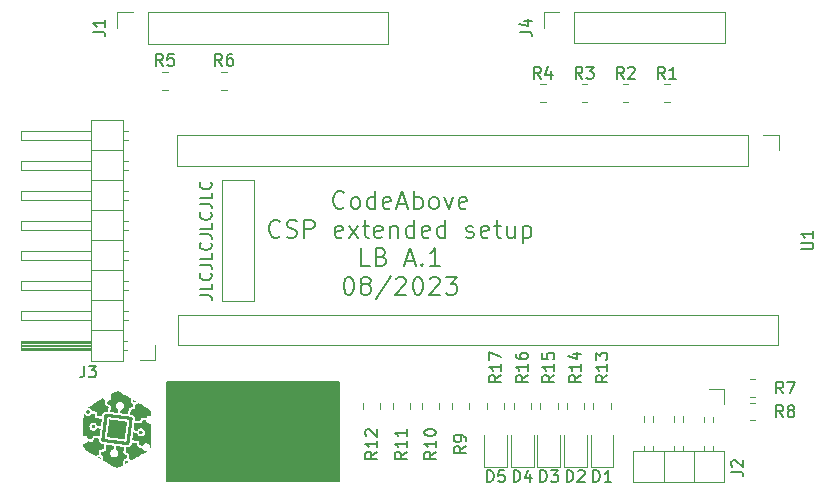
<source format=gbr>
%TF.GenerationSoftware,KiCad,Pcbnew,(6.0.7)*%
%TF.CreationDate,2023-08-27T18:36:20+02:00*%
%TF.ProjectId,libcsp-zephyr-hw,6c696263-7370-42d7-9a65-706879722d68,rev?*%
%TF.SameCoordinates,Original*%
%TF.FileFunction,Legend,Top*%
%TF.FilePolarity,Positive*%
%FSLAX46Y46*%
G04 Gerber Fmt 4.6, Leading zero omitted, Abs format (unit mm)*
G04 Created by KiCad (PCBNEW (6.0.7)) date 2023-08-27 18:36:20*
%MOMM*%
%LPD*%
G01*
G04 APERTURE LIST*
%ADD10C,0.150000*%
%ADD11C,0.200000*%
%ADD12C,0.120000*%
G04 APERTURE END LIST*
D10*
X136452380Y-85619047D02*
X137166666Y-85619047D01*
X137309523Y-85666666D01*
X137404761Y-85761904D01*
X137452380Y-85904761D01*
X137452380Y-86000000D01*
X137452380Y-84666666D02*
X137452380Y-85142857D01*
X136452380Y-85142857D01*
X137357142Y-83761904D02*
X137404761Y-83809523D01*
X137452380Y-83952380D01*
X137452380Y-84047619D01*
X137404761Y-84190476D01*
X137309523Y-84285714D01*
X137214285Y-84333333D01*
X137023809Y-84380952D01*
X136880952Y-84380952D01*
X136690476Y-84333333D01*
X136595238Y-84285714D01*
X136500000Y-84190476D01*
X136452380Y-84047619D01*
X136452380Y-83952380D01*
X136500000Y-83809523D01*
X136547619Y-83761904D01*
X136452380Y-83047619D02*
X137166666Y-83047619D01*
X137309523Y-83095238D01*
X137404761Y-83190476D01*
X137452380Y-83333333D01*
X137452380Y-83428571D01*
X137452380Y-82095238D02*
X137452380Y-82571428D01*
X136452380Y-82571428D01*
X137357142Y-81190476D02*
X137404761Y-81238095D01*
X137452380Y-81380952D01*
X137452380Y-81476190D01*
X137404761Y-81619047D01*
X137309523Y-81714285D01*
X137214285Y-81761904D01*
X137023809Y-81809523D01*
X136880952Y-81809523D01*
X136690476Y-81761904D01*
X136595238Y-81714285D01*
X136500000Y-81619047D01*
X136452380Y-81476190D01*
X136452380Y-81380952D01*
X136500000Y-81238095D01*
X136547619Y-81190476D01*
X136452380Y-80476190D02*
X137166666Y-80476190D01*
X137309523Y-80523809D01*
X137404761Y-80619047D01*
X137452380Y-80761904D01*
X137452380Y-80857142D01*
X137452380Y-79523809D02*
X137452380Y-80000000D01*
X136452380Y-80000000D01*
X137357142Y-78619047D02*
X137404761Y-78666666D01*
X137452380Y-78809523D01*
X137452380Y-78904761D01*
X137404761Y-79047619D01*
X137309523Y-79142857D01*
X137214285Y-79190476D01*
X137023809Y-79238095D01*
X136880952Y-79238095D01*
X136690476Y-79190476D01*
X136595238Y-79142857D01*
X136500000Y-79047619D01*
X136452380Y-78904761D01*
X136452380Y-78809523D01*
X136500000Y-78666666D01*
X136547619Y-78619047D01*
X136452380Y-77904761D02*
X137166666Y-77904761D01*
X137309523Y-77952380D01*
X137404761Y-78047619D01*
X137452380Y-78190476D01*
X137452380Y-78285714D01*
X137452380Y-76952380D02*
X137452380Y-77428571D01*
X136452380Y-77428571D01*
X137357142Y-76047619D02*
X137404761Y-76095238D01*
X137452380Y-76238095D01*
X137452380Y-76333333D01*
X137404761Y-76476190D01*
X137309523Y-76571428D01*
X137214285Y-76619047D01*
X137023809Y-76666666D01*
X136880952Y-76666666D01*
X136690476Y-76619047D01*
X136595238Y-76571428D01*
X136500000Y-76476190D01*
X136452380Y-76333333D01*
X136452380Y-76238095D01*
X136500000Y-76095238D01*
X136547619Y-76047619D01*
X133662000Y-101346000D02*
X148209000Y-101346000D01*
X148209000Y-101346000D02*
X148209000Y-92964000D01*
X148209000Y-92964000D02*
X133662000Y-92964000D01*
X133662000Y-92964000D02*
X133662000Y-101346000D01*
G36*
X133662000Y-101346000D02*
G01*
X148209000Y-101346000D01*
X148209000Y-92964000D01*
X133662000Y-92964000D01*
X133662000Y-101346000D01*
G37*
D11*
X148666000Y-78193214D02*
X148594571Y-78264642D01*
X148380285Y-78336071D01*
X148237428Y-78336071D01*
X148023142Y-78264642D01*
X147880285Y-78121785D01*
X147808857Y-77978928D01*
X147737428Y-77693214D01*
X147737428Y-77478928D01*
X147808857Y-77193214D01*
X147880285Y-77050357D01*
X148023142Y-76907500D01*
X148237428Y-76836071D01*
X148380285Y-76836071D01*
X148594571Y-76907500D01*
X148666000Y-76978928D01*
X149523142Y-78336071D02*
X149380285Y-78264642D01*
X149308857Y-78193214D01*
X149237428Y-78050357D01*
X149237428Y-77621785D01*
X149308857Y-77478928D01*
X149380285Y-77407500D01*
X149523142Y-77336071D01*
X149737428Y-77336071D01*
X149880285Y-77407500D01*
X149951714Y-77478928D01*
X150023142Y-77621785D01*
X150023142Y-78050357D01*
X149951714Y-78193214D01*
X149880285Y-78264642D01*
X149737428Y-78336071D01*
X149523142Y-78336071D01*
X151308857Y-78336071D02*
X151308857Y-76836071D01*
X151308857Y-78264642D02*
X151166000Y-78336071D01*
X150880285Y-78336071D01*
X150737428Y-78264642D01*
X150666000Y-78193214D01*
X150594571Y-78050357D01*
X150594571Y-77621785D01*
X150666000Y-77478928D01*
X150737428Y-77407500D01*
X150880285Y-77336071D01*
X151166000Y-77336071D01*
X151308857Y-77407500D01*
X152594571Y-78264642D02*
X152451714Y-78336071D01*
X152166000Y-78336071D01*
X152023142Y-78264642D01*
X151951714Y-78121785D01*
X151951714Y-77550357D01*
X152023142Y-77407500D01*
X152166000Y-77336071D01*
X152451714Y-77336071D01*
X152594571Y-77407500D01*
X152666000Y-77550357D01*
X152666000Y-77693214D01*
X151951714Y-77836071D01*
X153237428Y-77907500D02*
X153951714Y-77907500D01*
X153094571Y-78336071D02*
X153594571Y-76836071D01*
X154094571Y-78336071D01*
X154594571Y-78336071D02*
X154594571Y-76836071D01*
X154594571Y-77407500D02*
X154737428Y-77336071D01*
X155023142Y-77336071D01*
X155166000Y-77407500D01*
X155237428Y-77478928D01*
X155308857Y-77621785D01*
X155308857Y-78050357D01*
X155237428Y-78193214D01*
X155166000Y-78264642D01*
X155023142Y-78336071D01*
X154737428Y-78336071D01*
X154594571Y-78264642D01*
X156166000Y-78336071D02*
X156023142Y-78264642D01*
X155951714Y-78193214D01*
X155880285Y-78050357D01*
X155880285Y-77621785D01*
X155951714Y-77478928D01*
X156023142Y-77407500D01*
X156166000Y-77336071D01*
X156380285Y-77336071D01*
X156523142Y-77407500D01*
X156594571Y-77478928D01*
X156666000Y-77621785D01*
X156666000Y-78050357D01*
X156594571Y-78193214D01*
X156523142Y-78264642D01*
X156380285Y-78336071D01*
X156166000Y-78336071D01*
X157166000Y-77336071D02*
X157523142Y-78336071D01*
X157880285Y-77336071D01*
X159023142Y-78264642D02*
X158880285Y-78336071D01*
X158594571Y-78336071D01*
X158451714Y-78264642D01*
X158380285Y-78121785D01*
X158380285Y-77550357D01*
X158451714Y-77407500D01*
X158594571Y-77336071D01*
X158880285Y-77336071D01*
X159023142Y-77407500D01*
X159094571Y-77550357D01*
X159094571Y-77693214D01*
X158380285Y-77836071D01*
X143237428Y-80608214D02*
X143166000Y-80679642D01*
X142951714Y-80751071D01*
X142808857Y-80751071D01*
X142594571Y-80679642D01*
X142451714Y-80536785D01*
X142380285Y-80393928D01*
X142308857Y-80108214D01*
X142308857Y-79893928D01*
X142380285Y-79608214D01*
X142451714Y-79465357D01*
X142594571Y-79322500D01*
X142808857Y-79251071D01*
X142951714Y-79251071D01*
X143166000Y-79322500D01*
X143237428Y-79393928D01*
X143808857Y-80679642D02*
X144023142Y-80751071D01*
X144380285Y-80751071D01*
X144523142Y-80679642D01*
X144594571Y-80608214D01*
X144666000Y-80465357D01*
X144666000Y-80322500D01*
X144594571Y-80179642D01*
X144523142Y-80108214D01*
X144380285Y-80036785D01*
X144094571Y-79965357D01*
X143951714Y-79893928D01*
X143880285Y-79822500D01*
X143808857Y-79679642D01*
X143808857Y-79536785D01*
X143880285Y-79393928D01*
X143951714Y-79322500D01*
X144094571Y-79251071D01*
X144451714Y-79251071D01*
X144666000Y-79322500D01*
X145308857Y-80751071D02*
X145308857Y-79251071D01*
X145880285Y-79251071D01*
X146023142Y-79322500D01*
X146094571Y-79393928D01*
X146166000Y-79536785D01*
X146166000Y-79751071D01*
X146094571Y-79893928D01*
X146023142Y-79965357D01*
X145880285Y-80036785D01*
X145308857Y-80036785D01*
X148523142Y-80679642D02*
X148380285Y-80751071D01*
X148094571Y-80751071D01*
X147951714Y-80679642D01*
X147880285Y-80536785D01*
X147880285Y-79965357D01*
X147951714Y-79822500D01*
X148094571Y-79751071D01*
X148380285Y-79751071D01*
X148523142Y-79822500D01*
X148594571Y-79965357D01*
X148594571Y-80108214D01*
X147880285Y-80251071D01*
X149094571Y-80751071D02*
X149880285Y-79751071D01*
X149094571Y-79751071D02*
X149880285Y-80751071D01*
X150237428Y-79751071D02*
X150808857Y-79751071D01*
X150451714Y-79251071D02*
X150451714Y-80536785D01*
X150523142Y-80679642D01*
X150666000Y-80751071D01*
X150808857Y-80751071D01*
X151880285Y-80679642D02*
X151737428Y-80751071D01*
X151451714Y-80751071D01*
X151308857Y-80679642D01*
X151237428Y-80536785D01*
X151237428Y-79965357D01*
X151308857Y-79822500D01*
X151451714Y-79751071D01*
X151737428Y-79751071D01*
X151880285Y-79822500D01*
X151951714Y-79965357D01*
X151951714Y-80108214D01*
X151237428Y-80251071D01*
X152594571Y-79751071D02*
X152594571Y-80751071D01*
X152594571Y-79893928D02*
X152666000Y-79822500D01*
X152808857Y-79751071D01*
X153023142Y-79751071D01*
X153166000Y-79822500D01*
X153237428Y-79965357D01*
X153237428Y-80751071D01*
X154594571Y-80751071D02*
X154594571Y-79251071D01*
X154594571Y-80679642D02*
X154451714Y-80751071D01*
X154166000Y-80751071D01*
X154023142Y-80679642D01*
X153951714Y-80608214D01*
X153880285Y-80465357D01*
X153880285Y-80036785D01*
X153951714Y-79893928D01*
X154023142Y-79822500D01*
X154166000Y-79751071D01*
X154451714Y-79751071D01*
X154594571Y-79822500D01*
X155880285Y-80679642D02*
X155737428Y-80751071D01*
X155451714Y-80751071D01*
X155308857Y-80679642D01*
X155237428Y-80536785D01*
X155237428Y-79965357D01*
X155308857Y-79822500D01*
X155451714Y-79751071D01*
X155737428Y-79751071D01*
X155880285Y-79822500D01*
X155951714Y-79965357D01*
X155951714Y-80108214D01*
X155237428Y-80251071D01*
X157237428Y-80751071D02*
X157237428Y-79251071D01*
X157237428Y-80679642D02*
X157094571Y-80751071D01*
X156808857Y-80751071D01*
X156666000Y-80679642D01*
X156594571Y-80608214D01*
X156523142Y-80465357D01*
X156523142Y-80036785D01*
X156594571Y-79893928D01*
X156666000Y-79822500D01*
X156808857Y-79751071D01*
X157094571Y-79751071D01*
X157237428Y-79822500D01*
X159023142Y-80679642D02*
X159166000Y-80751071D01*
X159451714Y-80751071D01*
X159594571Y-80679642D01*
X159666000Y-80536785D01*
X159666000Y-80465357D01*
X159594571Y-80322500D01*
X159451714Y-80251071D01*
X159237428Y-80251071D01*
X159094571Y-80179642D01*
X159023142Y-80036785D01*
X159023142Y-79965357D01*
X159094571Y-79822500D01*
X159237428Y-79751071D01*
X159451714Y-79751071D01*
X159594571Y-79822500D01*
X160880285Y-80679642D02*
X160737428Y-80751071D01*
X160451714Y-80751071D01*
X160308857Y-80679642D01*
X160237428Y-80536785D01*
X160237428Y-79965357D01*
X160308857Y-79822500D01*
X160451714Y-79751071D01*
X160737428Y-79751071D01*
X160880285Y-79822500D01*
X160951714Y-79965357D01*
X160951714Y-80108214D01*
X160237428Y-80251071D01*
X161380285Y-79751071D02*
X161951714Y-79751071D01*
X161594571Y-79251071D02*
X161594571Y-80536785D01*
X161666000Y-80679642D01*
X161808857Y-80751071D01*
X161951714Y-80751071D01*
X163094571Y-79751071D02*
X163094571Y-80751071D01*
X162451714Y-79751071D02*
X162451714Y-80536785D01*
X162523142Y-80679642D01*
X162666000Y-80751071D01*
X162880285Y-80751071D01*
X163023142Y-80679642D01*
X163094571Y-80608214D01*
X163808857Y-79751071D02*
X163808857Y-81251071D01*
X163808857Y-79822500D02*
X163951714Y-79751071D01*
X164237428Y-79751071D01*
X164380285Y-79822500D01*
X164451714Y-79893928D01*
X164523142Y-80036785D01*
X164523142Y-80465357D01*
X164451714Y-80608214D01*
X164380285Y-80679642D01*
X164237428Y-80751071D01*
X163951714Y-80751071D01*
X163808857Y-80679642D01*
X150844571Y-83166071D02*
X150130285Y-83166071D01*
X150130285Y-81666071D01*
X151844571Y-82380357D02*
X152058857Y-82451785D01*
X152130285Y-82523214D01*
X152201714Y-82666071D01*
X152201714Y-82880357D01*
X152130285Y-83023214D01*
X152058857Y-83094642D01*
X151916000Y-83166071D01*
X151344571Y-83166071D01*
X151344571Y-81666071D01*
X151844571Y-81666071D01*
X151987428Y-81737500D01*
X152058857Y-81808928D01*
X152130285Y-81951785D01*
X152130285Y-82094642D01*
X152058857Y-82237500D01*
X151987428Y-82308928D01*
X151844571Y-82380357D01*
X151344571Y-82380357D01*
X153916000Y-82737500D02*
X154630285Y-82737500D01*
X153773142Y-83166071D02*
X154273142Y-81666071D01*
X154773142Y-83166071D01*
X155273142Y-83023214D02*
X155344571Y-83094642D01*
X155273142Y-83166071D01*
X155201714Y-83094642D01*
X155273142Y-83023214D01*
X155273142Y-83166071D01*
X156773142Y-83166071D02*
X155916000Y-83166071D01*
X156344571Y-83166071D02*
X156344571Y-81666071D01*
X156201714Y-81880357D01*
X156058857Y-82023214D01*
X155916000Y-82094642D01*
X148987428Y-84081071D02*
X149130285Y-84081071D01*
X149273142Y-84152500D01*
X149344571Y-84223928D01*
X149416000Y-84366785D01*
X149487428Y-84652500D01*
X149487428Y-85009642D01*
X149416000Y-85295357D01*
X149344571Y-85438214D01*
X149273142Y-85509642D01*
X149130285Y-85581071D01*
X148987428Y-85581071D01*
X148844571Y-85509642D01*
X148773142Y-85438214D01*
X148701714Y-85295357D01*
X148630285Y-85009642D01*
X148630285Y-84652500D01*
X148701714Y-84366785D01*
X148773142Y-84223928D01*
X148844571Y-84152500D01*
X148987428Y-84081071D01*
X150344571Y-84723928D02*
X150201714Y-84652500D01*
X150130285Y-84581071D01*
X150058857Y-84438214D01*
X150058857Y-84366785D01*
X150130285Y-84223928D01*
X150201714Y-84152500D01*
X150344571Y-84081071D01*
X150630285Y-84081071D01*
X150773142Y-84152500D01*
X150844571Y-84223928D01*
X150916000Y-84366785D01*
X150916000Y-84438214D01*
X150844571Y-84581071D01*
X150773142Y-84652500D01*
X150630285Y-84723928D01*
X150344571Y-84723928D01*
X150201714Y-84795357D01*
X150130285Y-84866785D01*
X150058857Y-85009642D01*
X150058857Y-85295357D01*
X150130285Y-85438214D01*
X150201714Y-85509642D01*
X150344571Y-85581071D01*
X150630285Y-85581071D01*
X150773142Y-85509642D01*
X150844571Y-85438214D01*
X150916000Y-85295357D01*
X150916000Y-85009642D01*
X150844571Y-84866785D01*
X150773142Y-84795357D01*
X150630285Y-84723928D01*
X152630285Y-84009642D02*
X151344571Y-85938214D01*
X153058857Y-84223928D02*
X153130285Y-84152500D01*
X153273142Y-84081071D01*
X153630285Y-84081071D01*
X153773142Y-84152500D01*
X153844571Y-84223928D01*
X153916000Y-84366785D01*
X153916000Y-84509642D01*
X153844571Y-84723928D01*
X152987428Y-85581071D01*
X153916000Y-85581071D01*
X154844571Y-84081071D02*
X154987428Y-84081071D01*
X155130285Y-84152500D01*
X155201714Y-84223928D01*
X155273142Y-84366785D01*
X155344571Y-84652500D01*
X155344571Y-85009642D01*
X155273142Y-85295357D01*
X155201714Y-85438214D01*
X155130285Y-85509642D01*
X154987428Y-85581071D01*
X154844571Y-85581071D01*
X154701714Y-85509642D01*
X154630285Y-85438214D01*
X154558857Y-85295357D01*
X154487428Y-85009642D01*
X154487428Y-84652500D01*
X154558857Y-84366785D01*
X154630285Y-84223928D01*
X154701714Y-84152500D01*
X154844571Y-84081071D01*
X155916000Y-84223928D02*
X155987428Y-84152500D01*
X156130285Y-84081071D01*
X156487428Y-84081071D01*
X156630285Y-84152500D01*
X156701714Y-84223928D01*
X156773142Y-84366785D01*
X156773142Y-84509642D01*
X156701714Y-84723928D01*
X155844571Y-85581071D01*
X156773142Y-85581071D01*
X157273142Y-84081071D02*
X158201714Y-84081071D01*
X157701714Y-84652500D01*
X157916000Y-84652500D01*
X158058857Y-84723928D01*
X158130285Y-84795357D01*
X158201714Y-84938214D01*
X158201714Y-85295357D01*
X158130285Y-85438214D01*
X158058857Y-85509642D01*
X157916000Y-85581071D01*
X157487428Y-85581071D01*
X157344571Y-85509642D01*
X157273142Y-85438214D01*
D10*
%TO.C,R10*%
X156452380Y-98892857D02*
X155976190Y-99226190D01*
X156452380Y-99464285D02*
X155452380Y-99464285D01*
X155452380Y-99083333D01*
X155500000Y-98988095D01*
X155547619Y-98940476D01*
X155642857Y-98892857D01*
X155785714Y-98892857D01*
X155880952Y-98940476D01*
X155928571Y-98988095D01*
X155976190Y-99083333D01*
X155976190Y-99464285D01*
X156452380Y-97940476D02*
X156452380Y-98511904D01*
X156452380Y-98226190D02*
X155452380Y-98226190D01*
X155595238Y-98321428D01*
X155690476Y-98416666D01*
X155738095Y-98511904D01*
X155452380Y-97321428D02*
X155452380Y-97226190D01*
X155500000Y-97130952D01*
X155547619Y-97083333D01*
X155642857Y-97035714D01*
X155833333Y-96988095D01*
X156071428Y-96988095D01*
X156261904Y-97035714D01*
X156357142Y-97083333D01*
X156404761Y-97130952D01*
X156452380Y-97226190D01*
X156452380Y-97321428D01*
X156404761Y-97416666D01*
X156357142Y-97464285D01*
X156261904Y-97511904D01*
X156071428Y-97559523D01*
X155833333Y-97559523D01*
X155642857Y-97511904D01*
X155547619Y-97464285D01*
X155500000Y-97416666D01*
X155452380Y-97321428D01*
%TO.C,R13*%
X170952380Y-92392857D02*
X170476190Y-92726190D01*
X170952380Y-92964285D02*
X169952380Y-92964285D01*
X169952380Y-92583333D01*
X170000000Y-92488095D01*
X170047619Y-92440476D01*
X170142857Y-92392857D01*
X170285714Y-92392857D01*
X170380952Y-92440476D01*
X170428571Y-92488095D01*
X170476190Y-92583333D01*
X170476190Y-92964285D01*
X170952380Y-91440476D02*
X170952380Y-92011904D01*
X170952380Y-91726190D02*
X169952380Y-91726190D01*
X170095238Y-91821428D01*
X170190476Y-91916666D01*
X170238095Y-92011904D01*
X169952380Y-91107142D02*
X169952380Y-90488095D01*
X170333333Y-90821428D01*
X170333333Y-90678571D01*
X170380952Y-90583333D01*
X170428571Y-90535714D01*
X170523809Y-90488095D01*
X170761904Y-90488095D01*
X170857142Y-90535714D01*
X170904761Y-90583333D01*
X170952380Y-90678571D01*
X170952380Y-90964285D01*
X170904761Y-91059523D01*
X170857142Y-91107142D01*
%TO.C,R9*%
X158952380Y-98416666D02*
X158476190Y-98750000D01*
X158952380Y-98988095D02*
X157952380Y-98988095D01*
X157952380Y-98607142D01*
X158000000Y-98511904D01*
X158047619Y-98464285D01*
X158142857Y-98416666D01*
X158285714Y-98416666D01*
X158380952Y-98464285D01*
X158428571Y-98511904D01*
X158476190Y-98607142D01*
X158476190Y-98988095D01*
X158952380Y-97940476D02*
X158952380Y-97750000D01*
X158904761Y-97654761D01*
X158857142Y-97607142D01*
X158714285Y-97511904D01*
X158523809Y-97464285D01*
X158142857Y-97464285D01*
X158047619Y-97511904D01*
X158000000Y-97559523D01*
X157952380Y-97654761D01*
X157952380Y-97845238D01*
X158000000Y-97940476D01*
X158047619Y-97988095D01*
X158142857Y-98035714D01*
X158380952Y-98035714D01*
X158476190Y-97988095D01*
X158523809Y-97940476D01*
X158571428Y-97845238D01*
X158571428Y-97654761D01*
X158523809Y-97559523D01*
X158476190Y-97511904D01*
X158380952Y-97464285D01*
%TO.C,R16*%
X164202380Y-92392857D02*
X163726190Y-92726190D01*
X164202380Y-92964285D02*
X163202380Y-92964285D01*
X163202380Y-92583333D01*
X163250000Y-92488095D01*
X163297619Y-92440476D01*
X163392857Y-92392857D01*
X163535714Y-92392857D01*
X163630952Y-92440476D01*
X163678571Y-92488095D01*
X163726190Y-92583333D01*
X163726190Y-92964285D01*
X164202380Y-91440476D02*
X164202380Y-92011904D01*
X164202380Y-91726190D02*
X163202380Y-91726190D01*
X163345238Y-91821428D01*
X163440476Y-91916666D01*
X163488095Y-92011904D01*
X163202380Y-90583333D02*
X163202380Y-90773809D01*
X163250000Y-90869047D01*
X163297619Y-90916666D01*
X163440476Y-91011904D01*
X163630952Y-91059523D01*
X164011904Y-91059523D01*
X164107142Y-91011904D01*
X164154761Y-90964285D01*
X164202380Y-90869047D01*
X164202380Y-90678571D01*
X164154761Y-90583333D01*
X164107142Y-90535714D01*
X164011904Y-90488095D01*
X163773809Y-90488095D01*
X163678571Y-90535714D01*
X163630952Y-90583333D01*
X163583333Y-90678571D01*
X163583333Y-90869047D01*
X163630952Y-90964285D01*
X163678571Y-91011904D01*
X163773809Y-91059523D01*
%TO.C,R3*%
X168833333Y-67302380D02*
X168500000Y-66826190D01*
X168261904Y-67302380D02*
X168261904Y-66302380D01*
X168642857Y-66302380D01*
X168738095Y-66350000D01*
X168785714Y-66397619D01*
X168833333Y-66492857D01*
X168833333Y-66635714D01*
X168785714Y-66730952D01*
X168738095Y-66778571D01*
X168642857Y-66826190D01*
X168261904Y-66826190D01*
X169166666Y-66302380D02*
X169785714Y-66302380D01*
X169452380Y-66683333D01*
X169595238Y-66683333D01*
X169690476Y-66730952D01*
X169738095Y-66778571D01*
X169785714Y-66873809D01*
X169785714Y-67111904D01*
X169738095Y-67207142D01*
X169690476Y-67254761D01*
X169595238Y-67302380D01*
X169309523Y-67302380D01*
X169214285Y-67254761D01*
X169166666Y-67207142D01*
%TO.C,J4*%
X163562380Y-63308333D02*
X164276666Y-63308333D01*
X164419523Y-63355952D01*
X164514761Y-63451190D01*
X164562380Y-63594047D01*
X164562380Y-63689285D01*
X163895714Y-62403571D02*
X164562380Y-62403571D01*
X163514761Y-62641666D02*
X164229047Y-62879761D01*
X164229047Y-62260714D01*
%TO.C,D4*%
X163011904Y-101452380D02*
X163011904Y-100452380D01*
X163250000Y-100452380D01*
X163392857Y-100500000D01*
X163488095Y-100595238D01*
X163535714Y-100690476D01*
X163583333Y-100880952D01*
X163583333Y-101023809D01*
X163535714Y-101214285D01*
X163488095Y-101309523D01*
X163392857Y-101404761D01*
X163250000Y-101452380D01*
X163011904Y-101452380D01*
X164440476Y-100785714D02*
X164440476Y-101452380D01*
X164202380Y-100404761D02*
X163964285Y-101119047D01*
X164583333Y-101119047D01*
%TO.C,J2*%
X181452380Y-100583333D02*
X182166666Y-100583333D01*
X182309523Y-100630952D01*
X182404761Y-100726190D01*
X182452380Y-100869047D01*
X182452380Y-100964285D01*
X181547619Y-100154761D02*
X181500000Y-100107142D01*
X181452380Y-100011904D01*
X181452380Y-99773809D01*
X181500000Y-99678571D01*
X181547619Y-99630952D01*
X181642857Y-99583333D01*
X181738095Y-99583333D01*
X181880952Y-99630952D01*
X182452380Y-100202380D01*
X182452380Y-99583333D01*
%TO.C,R8*%
X185833333Y-95952380D02*
X185500000Y-95476190D01*
X185261904Y-95952380D02*
X185261904Y-94952380D01*
X185642857Y-94952380D01*
X185738095Y-95000000D01*
X185785714Y-95047619D01*
X185833333Y-95142857D01*
X185833333Y-95285714D01*
X185785714Y-95380952D01*
X185738095Y-95428571D01*
X185642857Y-95476190D01*
X185261904Y-95476190D01*
X186404761Y-95380952D02*
X186309523Y-95333333D01*
X186261904Y-95285714D01*
X186214285Y-95190476D01*
X186214285Y-95142857D01*
X186261904Y-95047619D01*
X186309523Y-95000000D01*
X186404761Y-94952380D01*
X186595238Y-94952380D01*
X186690476Y-95000000D01*
X186738095Y-95047619D01*
X186785714Y-95142857D01*
X186785714Y-95190476D01*
X186738095Y-95285714D01*
X186690476Y-95333333D01*
X186595238Y-95380952D01*
X186404761Y-95380952D01*
X186309523Y-95428571D01*
X186261904Y-95476190D01*
X186214285Y-95571428D01*
X186214285Y-95761904D01*
X186261904Y-95857142D01*
X186309523Y-95904761D01*
X186404761Y-95952380D01*
X186595238Y-95952380D01*
X186690476Y-95904761D01*
X186738095Y-95857142D01*
X186785714Y-95761904D01*
X186785714Y-95571428D01*
X186738095Y-95476190D01*
X186690476Y-95428571D01*
X186595238Y-95380952D01*
%TO.C,R11*%
X153952380Y-98892857D02*
X153476190Y-99226190D01*
X153952380Y-99464285D02*
X152952380Y-99464285D01*
X152952380Y-99083333D01*
X153000000Y-98988095D01*
X153047619Y-98940476D01*
X153142857Y-98892857D01*
X153285714Y-98892857D01*
X153380952Y-98940476D01*
X153428571Y-98988095D01*
X153476190Y-99083333D01*
X153476190Y-99464285D01*
X153952380Y-97940476D02*
X153952380Y-98511904D01*
X153952380Y-98226190D02*
X152952380Y-98226190D01*
X153095238Y-98321428D01*
X153190476Y-98416666D01*
X153238095Y-98511904D01*
X153952380Y-96988095D02*
X153952380Y-97559523D01*
X153952380Y-97273809D02*
X152952380Y-97273809D01*
X153095238Y-97369047D01*
X153190476Y-97464285D01*
X153238095Y-97559523D01*
%TO.C,J1*%
X127442380Y-63333333D02*
X128156666Y-63333333D01*
X128299523Y-63380952D01*
X128394761Y-63476190D01*
X128442380Y-63619047D01*
X128442380Y-63714285D01*
X128442380Y-62333333D02*
X128442380Y-62904761D01*
X128442380Y-62619047D02*
X127442380Y-62619047D01*
X127585238Y-62714285D01*
X127680476Y-62809523D01*
X127728095Y-62904761D01*
%TO.C,R1*%
X175833333Y-67302380D02*
X175500000Y-66826190D01*
X175261904Y-67302380D02*
X175261904Y-66302380D01*
X175642857Y-66302380D01*
X175738095Y-66350000D01*
X175785714Y-66397619D01*
X175833333Y-66492857D01*
X175833333Y-66635714D01*
X175785714Y-66730952D01*
X175738095Y-66778571D01*
X175642857Y-66826190D01*
X175261904Y-66826190D01*
X176785714Y-67302380D02*
X176214285Y-67302380D01*
X176500000Y-67302380D02*
X176500000Y-66302380D01*
X176404761Y-66445238D01*
X176309523Y-66540476D01*
X176214285Y-66588095D01*
%TO.C,R7*%
X185833333Y-93952380D02*
X185500000Y-93476190D01*
X185261904Y-93952380D02*
X185261904Y-92952380D01*
X185642857Y-92952380D01*
X185738095Y-93000000D01*
X185785714Y-93047619D01*
X185833333Y-93142857D01*
X185833333Y-93285714D01*
X185785714Y-93380952D01*
X185738095Y-93428571D01*
X185642857Y-93476190D01*
X185261904Y-93476190D01*
X186166666Y-92952380D02*
X186833333Y-92952380D01*
X186404761Y-93952380D01*
%TO.C,R14*%
X168702380Y-92392857D02*
X168226190Y-92726190D01*
X168702380Y-92964285D02*
X167702380Y-92964285D01*
X167702380Y-92583333D01*
X167750000Y-92488095D01*
X167797619Y-92440476D01*
X167892857Y-92392857D01*
X168035714Y-92392857D01*
X168130952Y-92440476D01*
X168178571Y-92488095D01*
X168226190Y-92583333D01*
X168226190Y-92964285D01*
X168702380Y-91440476D02*
X168702380Y-92011904D01*
X168702380Y-91726190D02*
X167702380Y-91726190D01*
X167845238Y-91821428D01*
X167940476Y-91916666D01*
X167988095Y-92011904D01*
X168035714Y-90583333D02*
X168702380Y-90583333D01*
X167654761Y-90821428D02*
X168369047Y-91059523D01*
X168369047Y-90440476D01*
%TO.C,U1*%
X187392380Y-81761904D02*
X188201904Y-81761904D01*
X188297142Y-81714285D01*
X188344761Y-81666666D01*
X188392380Y-81571428D01*
X188392380Y-81380952D01*
X188344761Y-81285714D01*
X188297142Y-81238095D01*
X188201904Y-81190476D01*
X187392380Y-81190476D01*
X188392380Y-80190476D02*
X188392380Y-80761904D01*
X188392380Y-80476190D02*
X187392380Y-80476190D01*
X187535238Y-80571428D01*
X187630476Y-80666666D01*
X187678095Y-80761904D01*
%TO.C,D2*%
X167511904Y-101452380D02*
X167511904Y-100452380D01*
X167750000Y-100452380D01*
X167892857Y-100500000D01*
X167988095Y-100595238D01*
X168035714Y-100690476D01*
X168083333Y-100880952D01*
X168083333Y-101023809D01*
X168035714Y-101214285D01*
X167988095Y-101309523D01*
X167892857Y-101404761D01*
X167750000Y-101452380D01*
X167511904Y-101452380D01*
X168464285Y-100547619D02*
X168511904Y-100500000D01*
X168607142Y-100452380D01*
X168845238Y-100452380D01*
X168940476Y-100500000D01*
X168988095Y-100547619D01*
X169035714Y-100642857D01*
X169035714Y-100738095D01*
X168988095Y-100880952D01*
X168416666Y-101452380D01*
X169035714Y-101452380D01*
%TO.C,D1*%
X169761904Y-101452380D02*
X169761904Y-100452380D01*
X170000000Y-100452380D01*
X170142857Y-100500000D01*
X170238095Y-100595238D01*
X170285714Y-100690476D01*
X170333333Y-100880952D01*
X170333333Y-101023809D01*
X170285714Y-101214285D01*
X170238095Y-101309523D01*
X170142857Y-101404761D01*
X170000000Y-101452380D01*
X169761904Y-101452380D01*
X171285714Y-101452380D02*
X170714285Y-101452380D01*
X171000000Y-101452380D02*
X171000000Y-100452380D01*
X170904761Y-100595238D01*
X170809523Y-100690476D01*
X170714285Y-100738095D01*
%TO.C,R17*%
X161952380Y-92392857D02*
X161476190Y-92726190D01*
X161952380Y-92964285D02*
X160952380Y-92964285D01*
X160952380Y-92583333D01*
X161000000Y-92488095D01*
X161047619Y-92440476D01*
X161142857Y-92392857D01*
X161285714Y-92392857D01*
X161380952Y-92440476D01*
X161428571Y-92488095D01*
X161476190Y-92583333D01*
X161476190Y-92964285D01*
X161952380Y-91440476D02*
X161952380Y-92011904D01*
X161952380Y-91726190D02*
X160952380Y-91726190D01*
X161095238Y-91821428D01*
X161190476Y-91916666D01*
X161238095Y-92011904D01*
X160952380Y-91107142D02*
X160952380Y-90440476D01*
X161952380Y-90869047D01*
%TO.C,R4*%
X165333333Y-67302380D02*
X165000000Y-66826190D01*
X164761904Y-67302380D02*
X164761904Y-66302380D01*
X165142857Y-66302380D01*
X165238095Y-66350000D01*
X165285714Y-66397619D01*
X165333333Y-66492857D01*
X165333333Y-66635714D01*
X165285714Y-66730952D01*
X165238095Y-66778571D01*
X165142857Y-66826190D01*
X164761904Y-66826190D01*
X166190476Y-66635714D02*
X166190476Y-67302380D01*
X165952380Y-66254761D02*
X165714285Y-66969047D01*
X166333333Y-66969047D01*
%TO.C,R5*%
X133333333Y-66202380D02*
X133000000Y-65726190D01*
X132761904Y-66202380D02*
X132761904Y-65202380D01*
X133142857Y-65202380D01*
X133238095Y-65250000D01*
X133285714Y-65297619D01*
X133333333Y-65392857D01*
X133333333Y-65535714D01*
X133285714Y-65630952D01*
X133238095Y-65678571D01*
X133142857Y-65726190D01*
X132761904Y-65726190D01*
X134238095Y-65202380D02*
X133761904Y-65202380D01*
X133714285Y-65678571D01*
X133761904Y-65630952D01*
X133857142Y-65583333D01*
X134095238Y-65583333D01*
X134190476Y-65630952D01*
X134238095Y-65678571D01*
X134285714Y-65773809D01*
X134285714Y-66011904D01*
X134238095Y-66107142D01*
X134190476Y-66154761D01*
X134095238Y-66202380D01*
X133857142Y-66202380D01*
X133761904Y-66154761D01*
X133714285Y-66107142D01*
%TO.C,R2*%
X172333333Y-67302380D02*
X172000000Y-66826190D01*
X171761904Y-67302380D02*
X171761904Y-66302380D01*
X172142857Y-66302380D01*
X172238095Y-66350000D01*
X172285714Y-66397619D01*
X172333333Y-66492857D01*
X172333333Y-66635714D01*
X172285714Y-66730952D01*
X172238095Y-66778571D01*
X172142857Y-66826190D01*
X171761904Y-66826190D01*
X172714285Y-66397619D02*
X172761904Y-66350000D01*
X172857142Y-66302380D01*
X173095238Y-66302380D01*
X173190476Y-66350000D01*
X173238095Y-66397619D01*
X173285714Y-66492857D01*
X173285714Y-66588095D01*
X173238095Y-66730952D01*
X172666666Y-67302380D01*
X173285714Y-67302380D01*
%TO.C,R15*%
X166452380Y-92392857D02*
X165976190Y-92726190D01*
X166452380Y-92964285D02*
X165452380Y-92964285D01*
X165452380Y-92583333D01*
X165500000Y-92488095D01*
X165547619Y-92440476D01*
X165642857Y-92392857D01*
X165785714Y-92392857D01*
X165880952Y-92440476D01*
X165928571Y-92488095D01*
X165976190Y-92583333D01*
X165976190Y-92964285D01*
X166452380Y-91440476D02*
X166452380Y-92011904D01*
X166452380Y-91726190D02*
X165452380Y-91726190D01*
X165595238Y-91821428D01*
X165690476Y-91916666D01*
X165738095Y-92011904D01*
X165452380Y-90535714D02*
X165452380Y-91011904D01*
X165928571Y-91059523D01*
X165880952Y-91011904D01*
X165833333Y-90916666D01*
X165833333Y-90678571D01*
X165880952Y-90583333D01*
X165928571Y-90535714D01*
X166023809Y-90488095D01*
X166261904Y-90488095D01*
X166357142Y-90535714D01*
X166404761Y-90583333D01*
X166452380Y-90678571D01*
X166452380Y-90916666D01*
X166404761Y-91011904D01*
X166357142Y-91059523D01*
%TO.C,R6*%
X138333333Y-66202380D02*
X138000000Y-65726190D01*
X137761904Y-66202380D02*
X137761904Y-65202380D01*
X138142857Y-65202380D01*
X138238095Y-65250000D01*
X138285714Y-65297619D01*
X138333333Y-65392857D01*
X138333333Y-65535714D01*
X138285714Y-65630952D01*
X138238095Y-65678571D01*
X138142857Y-65726190D01*
X137761904Y-65726190D01*
X139190476Y-65202380D02*
X139000000Y-65202380D01*
X138904761Y-65250000D01*
X138857142Y-65297619D01*
X138761904Y-65440476D01*
X138714285Y-65630952D01*
X138714285Y-66011904D01*
X138761904Y-66107142D01*
X138809523Y-66154761D01*
X138904761Y-66202380D01*
X139095238Y-66202380D01*
X139190476Y-66154761D01*
X139238095Y-66107142D01*
X139285714Y-66011904D01*
X139285714Y-65773809D01*
X139238095Y-65678571D01*
X139190476Y-65630952D01*
X139095238Y-65583333D01*
X138904761Y-65583333D01*
X138809523Y-65630952D01*
X138761904Y-65678571D01*
X138714285Y-65773809D01*
%TO.C,R12*%
X151452380Y-98892857D02*
X150976190Y-99226190D01*
X151452380Y-99464285D02*
X150452380Y-99464285D01*
X150452380Y-99083333D01*
X150500000Y-98988095D01*
X150547619Y-98940476D01*
X150642857Y-98892857D01*
X150785714Y-98892857D01*
X150880952Y-98940476D01*
X150928571Y-98988095D01*
X150976190Y-99083333D01*
X150976190Y-99464285D01*
X151452380Y-97940476D02*
X151452380Y-98511904D01*
X151452380Y-98226190D02*
X150452380Y-98226190D01*
X150595238Y-98321428D01*
X150690476Y-98416666D01*
X150738095Y-98511904D01*
X150547619Y-97559523D02*
X150500000Y-97511904D01*
X150452380Y-97416666D01*
X150452380Y-97178571D01*
X150500000Y-97083333D01*
X150547619Y-97035714D01*
X150642857Y-96988095D01*
X150738095Y-96988095D01*
X150880952Y-97035714D01*
X151452380Y-97607142D01*
X151452380Y-96988095D01*
%TO.C,D3*%
X165261904Y-101452380D02*
X165261904Y-100452380D01*
X165500000Y-100452380D01*
X165642857Y-100500000D01*
X165738095Y-100595238D01*
X165785714Y-100690476D01*
X165833333Y-100880952D01*
X165833333Y-101023809D01*
X165785714Y-101214285D01*
X165738095Y-101309523D01*
X165642857Y-101404761D01*
X165500000Y-101452380D01*
X165261904Y-101452380D01*
X166166666Y-100452380D02*
X166785714Y-100452380D01*
X166452380Y-100833333D01*
X166595238Y-100833333D01*
X166690476Y-100880952D01*
X166738095Y-100928571D01*
X166785714Y-101023809D01*
X166785714Y-101261904D01*
X166738095Y-101357142D01*
X166690476Y-101404761D01*
X166595238Y-101452380D01*
X166309523Y-101452380D01*
X166214285Y-101404761D01*
X166166666Y-101357142D01*
%TO.C,J3*%
X126656666Y-91597380D02*
X126656666Y-92311666D01*
X126609047Y-92454523D01*
X126513809Y-92549761D01*
X126370952Y-92597380D01*
X126275714Y-92597380D01*
X127037619Y-91597380D02*
X127656666Y-91597380D01*
X127323333Y-91978333D01*
X127466190Y-91978333D01*
X127561428Y-92025952D01*
X127609047Y-92073571D01*
X127656666Y-92168809D01*
X127656666Y-92406904D01*
X127609047Y-92502142D01*
X127561428Y-92549761D01*
X127466190Y-92597380D01*
X127180476Y-92597380D01*
X127085238Y-92549761D01*
X127037619Y-92502142D01*
%TO.C,D5*%
X160761904Y-101452380D02*
X160761904Y-100452380D01*
X161000000Y-100452380D01*
X161142857Y-100500000D01*
X161238095Y-100595238D01*
X161285714Y-100690476D01*
X161333333Y-100880952D01*
X161333333Y-101023809D01*
X161285714Y-101214285D01*
X161238095Y-101309523D01*
X161142857Y-101404761D01*
X161000000Y-101452380D01*
X160761904Y-101452380D01*
X162238095Y-100452380D02*
X161761904Y-100452380D01*
X161714285Y-100928571D01*
X161761904Y-100880952D01*
X161857142Y-100833333D01*
X162095238Y-100833333D01*
X162190476Y-100880952D01*
X162238095Y-100928571D01*
X162285714Y-101023809D01*
X162285714Y-101261904D01*
X162238095Y-101357142D01*
X162190476Y-101404761D01*
X162095238Y-101452380D01*
X161857142Y-101452380D01*
X161761904Y-101404761D01*
X161714285Y-101357142D01*
D12*
%TO.C,R10*%
X156735000Y-94772936D02*
X156735000Y-95227064D01*
X155265000Y-94772936D02*
X155265000Y-95227064D01*
%TO.C,R13*%
X171235000Y-95227064D02*
X171235000Y-94772936D01*
X169765000Y-95227064D02*
X169765000Y-94772936D01*
%TO.C,R9*%
X159235000Y-94772936D02*
X159235000Y-95227064D01*
X157765000Y-94772936D02*
X157765000Y-95227064D01*
%TO.C,R16*%
X163015000Y-95227064D02*
X163015000Y-94772936D01*
X164485000Y-95227064D02*
X164485000Y-94772936D01*
%TO.C,R3*%
X168772936Y-67765000D02*
X169227064Y-67765000D01*
X168772936Y-69235000D02*
X169227064Y-69235000D01*
%TO.C,J4*%
X168150000Y-64305000D02*
X168150000Y-61645000D01*
X180910000Y-64305000D02*
X180910000Y-61645000D01*
X165550000Y-62975000D02*
X165550000Y-61645000D01*
X168150000Y-64305000D02*
X180910000Y-64305000D01*
X168150000Y-61645000D02*
X180910000Y-61645000D01*
X165550000Y-61645000D02*
X166880000Y-61645000D01*
%TO.C,D4*%
X162790000Y-97500000D02*
X162790000Y-100185000D01*
X164710000Y-100185000D02*
X164710000Y-97500000D01*
X162790000Y-100185000D02*
X164710000Y-100185000D01*
%TO.C,J2*%
X176605000Y-98432929D02*
X176605000Y-98830000D01*
X177365000Y-95892929D02*
X177365000Y-96347071D01*
X179905000Y-98432929D02*
X179905000Y-98830000D01*
X176605000Y-95892929D02*
X176605000Y-96347071D01*
X174825000Y-98432929D02*
X174825000Y-98830000D01*
X179905000Y-95960000D02*
X179905000Y-96347071D01*
X174065000Y-95892929D02*
X174065000Y-96347071D01*
X175715000Y-98830000D02*
X175715000Y-101490000D01*
X179145000Y-95960000D02*
X179145000Y-96347071D01*
X173115000Y-101490000D02*
X180855000Y-101490000D01*
X180795000Y-93580000D02*
X180795000Y-94850000D01*
X173115000Y-98830000D02*
X173115000Y-101490000D01*
X174065000Y-98432929D02*
X174065000Y-98830000D01*
X174825000Y-95892929D02*
X174825000Y-96347071D01*
X179525000Y-93580000D02*
X180795000Y-93580000D01*
X180855000Y-101490000D02*
X180855000Y-98830000D01*
X179145000Y-98432929D02*
X179145000Y-98830000D01*
X178255000Y-98830000D02*
X178255000Y-101490000D01*
X180855000Y-98830000D02*
X173115000Y-98830000D01*
X177365000Y-98432929D02*
X177365000Y-98830000D01*
%TO.C,R8*%
X183022936Y-94765000D02*
X183477064Y-94765000D01*
X183022936Y-96235000D02*
X183477064Y-96235000D01*
%TO.C,R11*%
X152765000Y-94772936D02*
X152765000Y-95227064D01*
X154235000Y-94772936D02*
X154235000Y-95227064D01*
%TO.C,J1*%
X129430000Y-61670000D02*
X130760000Y-61670000D01*
X132030000Y-64330000D02*
X152410000Y-64330000D01*
X132030000Y-61670000D02*
X152410000Y-61670000D01*
X152410000Y-64330000D02*
X152410000Y-61670000D01*
X132030000Y-64330000D02*
X132030000Y-61670000D01*
X129430000Y-63000000D02*
X129430000Y-61670000D01*
%TO.C,R1*%
X175772936Y-67765000D02*
X176227064Y-67765000D01*
X175772936Y-69235000D02*
X176227064Y-69235000D01*
%TO.C,G\u002A\u002A\u002A*%
G36*
X127507045Y-96617161D02*
G01*
X127553502Y-96644904D01*
X127586341Y-96691466D01*
X127587202Y-96693335D01*
X127604136Y-96736862D01*
X127608248Y-96770120D01*
X127599868Y-96802115D01*
X127591809Y-96819082D01*
X127557160Y-96861762D01*
X127507059Y-96889297D01*
X127445400Y-96899590D01*
X127442243Y-96899615D01*
X127406302Y-96897588D01*
X127380207Y-96888430D01*
X127353776Y-96867628D01*
X127340153Y-96854361D01*
X127312473Y-96823549D01*
X127298906Y-96797333D01*
X127294910Y-96766294D01*
X127294855Y-96760442D01*
X127304226Y-96699032D01*
X127331361Y-96652233D01*
X127374795Y-96621520D01*
X127433062Y-96608367D01*
X127446532Y-96607973D01*
X127507045Y-96617161D01*
G37*
G36*
X131515256Y-97107641D02*
G01*
X131559099Y-97134152D01*
X131593597Y-97178335D01*
X131594537Y-97180128D01*
X131611324Y-97233622D01*
X131608716Y-97285367D01*
X131589959Y-97332172D01*
X131558299Y-97370847D01*
X131516982Y-97398202D01*
X131469252Y-97411045D01*
X131418357Y-97406189D01*
X131381267Y-97389754D01*
X131341451Y-97355868D01*
X131311767Y-97312266D01*
X131297414Y-97267105D01*
X131296828Y-97257278D01*
X131306413Y-97201162D01*
X131332461Y-97156030D01*
X131370671Y-97122997D01*
X131416740Y-97103178D01*
X131466369Y-97097688D01*
X131515256Y-97107641D01*
G37*
G36*
X127982495Y-99324186D02*
G01*
X128031303Y-99349448D01*
X128071584Y-99391542D01*
X128077087Y-99400040D01*
X128089384Y-99427770D01*
X128097435Y-99459856D01*
X128100336Y-99489109D01*
X128097185Y-99508343D01*
X128091158Y-99512035D01*
X128078278Y-99505907D01*
X128049699Y-99490063D01*
X128009659Y-99466911D01*
X127962823Y-99439114D01*
X127916427Y-99410594D01*
X127878421Y-99385965D01*
X127852718Y-99367852D01*
X127843232Y-99358882D01*
X127843232Y-99358869D01*
X127852537Y-99348452D01*
X127875406Y-99333844D01*
X127880033Y-99331384D01*
X127930343Y-99317563D01*
X127982495Y-99324186D01*
G37*
G36*
X126640676Y-95530456D02*
G01*
X126641238Y-95546236D01*
X126648379Y-95581684D01*
X126666376Y-95627602D01*
X126691427Y-95676306D01*
X126719732Y-95720112D01*
X126738444Y-95742708D01*
X126804110Y-95795930D01*
X126878284Y-95829888D01*
X126957142Y-95844922D01*
X127036865Y-95841372D01*
X127113631Y-95819580D01*
X127183619Y-95779886D01*
X127243009Y-95722630D01*
X127262214Y-95696015D01*
X127284061Y-95663668D01*
X127300303Y-95646933D01*
X127317740Y-95641656D01*
X127343170Y-95643686D01*
X127347015Y-95644214D01*
X127387130Y-95649533D01*
X127435509Y-95655630D01*
X127458200Y-95658383D01*
X127497438Y-95664305D01*
X127528815Y-95671231D01*
X127540493Y-95675323D01*
X127551311Y-95690810D01*
X127563503Y-95727359D01*
X127577310Y-95785804D01*
X127586833Y-95833627D01*
X127602404Y-95908744D01*
X127616778Y-95962563D01*
X127630534Y-95997051D01*
X127638715Y-96009264D01*
X127648716Y-96018465D01*
X127662762Y-96026196D01*
X127684030Y-96033137D01*
X127715693Y-96039971D01*
X127760927Y-96047380D01*
X127822908Y-96056045D01*
X127904810Y-96066650D01*
X127907396Y-96066979D01*
X127980160Y-96076316D01*
X128044658Y-96084786D01*
X128097456Y-96091923D01*
X128135122Y-96097261D01*
X128154221Y-96100331D01*
X128155871Y-96100772D01*
X128155288Y-96112445D01*
X128152008Y-96143592D01*
X128146504Y-96190572D01*
X128139252Y-96249741D01*
X128130725Y-96317457D01*
X128121400Y-96390076D01*
X128111750Y-96463956D01*
X128102250Y-96535453D01*
X128093374Y-96600925D01*
X128085598Y-96656729D01*
X128079395Y-96699222D01*
X128075241Y-96724760D01*
X128073822Y-96730588D01*
X128061756Y-96730153D01*
X128031081Y-96727233D01*
X127986332Y-96722304D01*
X127932047Y-96715839D01*
X127927814Y-96715317D01*
X127866820Y-96707307D01*
X127825550Y-96700456D01*
X127800484Y-96693845D01*
X127788104Y-96686557D01*
X127784888Y-96678017D01*
X127779885Y-96658051D01*
X127766785Y-96624766D01*
X127748845Y-96586241D01*
X127701498Y-96514478D01*
X127642141Y-96460348D01*
X127573968Y-96423782D01*
X127500170Y-96404709D01*
X127423941Y-96403060D01*
X127348473Y-96418765D01*
X127276959Y-96451753D01*
X127212591Y-96501956D01*
X127158562Y-96569303D01*
X127141318Y-96599546D01*
X127121165Y-96657565D01*
X127110838Y-96734910D01*
X127110675Y-96737564D01*
X127108906Y-96787500D01*
X127111896Y-96824586D01*
X127121370Y-96859110D01*
X127137598Y-96898129D01*
X127184999Y-96976264D01*
X127249485Y-97038829D01*
X127316762Y-97078649D01*
X127383251Y-97098490D01*
X127458335Y-97104031D01*
X127532539Y-97095355D01*
X127589201Y-97076216D01*
X127622288Y-97055740D01*
X127659218Y-97026141D01*
X127695186Y-96992216D01*
X127725383Y-96958760D01*
X127745003Y-96930570D01*
X127749885Y-96915898D01*
X127759503Y-96902338D01*
X127771189Y-96899658D01*
X127790200Y-96901148D01*
X127824742Y-96905107D01*
X127869277Y-96910770D01*
X127918267Y-96917374D01*
X127966172Y-96924153D01*
X128007455Y-96930342D01*
X128036576Y-96935177D01*
X128047984Y-96937873D01*
X128047398Y-96950230D01*
X128043879Y-96982012D01*
X128037942Y-97029564D01*
X128030101Y-97089233D01*
X128020871Y-97157363D01*
X128010765Y-97230301D01*
X128000298Y-97304393D01*
X127989986Y-97375984D01*
X127980341Y-97441420D01*
X127971878Y-97497047D01*
X127965113Y-97539211D01*
X127960559Y-97564257D01*
X127959054Y-97569605D01*
X127945982Y-97570109D01*
X127913362Y-97567748D01*
X127864757Y-97562886D01*
X127803729Y-97555886D01*
X127733841Y-97547112D01*
X127717483Y-97544960D01*
X127634041Y-97534202D01*
X127570516Y-97526846D01*
X127523771Y-97522688D01*
X127490668Y-97521525D01*
X127468071Y-97523153D01*
X127452841Y-97527371D01*
X127451982Y-97527752D01*
X127435834Y-97539712D01*
X127417477Y-97563288D01*
X127395071Y-97601423D01*
X127366776Y-97657059D01*
X127352208Y-97687376D01*
X127324391Y-97746348D01*
X127303479Y-97787504D01*
X127285308Y-97813571D01*
X127265713Y-97827274D01*
X127240529Y-97831340D01*
X127205590Y-97828493D01*
X127156733Y-97821460D01*
X127149013Y-97820363D01*
X127088679Y-97811637D01*
X127047746Y-97804716D01*
X127022472Y-97798412D01*
X127009117Y-97791537D01*
X127003939Y-97782904D01*
X127003170Y-97774060D01*
X126994826Y-97735642D01*
X126972363Y-97688950D01*
X126939634Y-97640593D01*
X126900492Y-97597182D01*
X126899538Y-97596286D01*
X126828876Y-97545158D01*
X126749955Y-97515433D01*
X126664906Y-97507889D01*
X126658600Y-97508223D01*
X126594778Y-97512199D01*
X126595795Y-96841321D01*
X126596421Y-96613801D01*
X126597573Y-96407402D01*
X126599245Y-96222362D01*
X126601432Y-96058916D01*
X126604128Y-95917302D01*
X126607327Y-95797755D01*
X126611025Y-95700512D01*
X126615214Y-95625809D01*
X126619889Y-95573882D01*
X126625046Y-95544968D01*
X126626919Y-95540403D01*
X126637153Y-95525096D01*
X126640676Y-95530456D01*
G37*
G36*
X128597848Y-98301332D02*
G01*
X128645801Y-98306268D01*
X128705716Y-98313019D01*
X128773874Y-98321115D01*
X128846559Y-98330087D01*
X128920055Y-98339464D01*
X128990645Y-98348777D01*
X129054612Y-98357557D01*
X129108239Y-98365333D01*
X129147809Y-98371635D01*
X129169607Y-98375994D01*
X129172566Y-98377131D01*
X129173146Y-98389668D01*
X129171229Y-98419831D01*
X129167412Y-98462116D01*
X129162292Y-98511019D01*
X129156467Y-98561036D01*
X129150532Y-98606665D01*
X129145085Y-98642402D01*
X129142167Y-98657385D01*
X129129027Y-98677548D01*
X129097909Y-98691937D01*
X129087155Y-98694886D01*
X129029411Y-98718301D01*
X128971159Y-98757003D01*
X128921215Y-98804888D01*
X128912226Y-98816038D01*
X128871998Y-98887309D01*
X128850597Y-98968163D01*
X128848768Y-99053431D01*
X128866177Y-99134810D01*
X128897024Y-99195370D01*
X128944634Y-99253300D01*
X129002685Y-99302570D01*
X129064854Y-99337149D01*
X129086073Y-99344565D01*
X129178746Y-99360713D01*
X129267204Y-99355339D01*
X129348794Y-99329606D01*
X129420861Y-99284678D01*
X129480753Y-99221717D01*
X129520447Y-99154150D01*
X129535915Y-99116505D01*
X129543917Y-99083184D01*
X129545965Y-99044483D01*
X129544233Y-99001465D01*
X129529192Y-98912077D01*
X129495917Y-98835967D01*
X129445163Y-98774386D01*
X129380902Y-98730209D01*
X129350547Y-98710945D01*
X129340467Y-98693469D01*
X129341280Y-98687143D01*
X129345066Y-98667560D01*
X129350566Y-98630778D01*
X129356922Y-98582794D01*
X129361095Y-98548534D01*
X129367770Y-98497312D01*
X129374588Y-98454237D01*
X129380588Y-98424955D01*
X129383664Y-98415877D01*
X129392243Y-98412243D01*
X129413205Y-98411303D01*
X129448520Y-98413229D01*
X129500158Y-98418192D01*
X129570087Y-98426364D01*
X129660278Y-98437915D01*
X129704337Y-98443771D01*
X129786793Y-98454922D01*
X129861310Y-98465198D01*
X129924865Y-98474166D01*
X129974437Y-98481394D01*
X130007004Y-98486448D01*
X130019543Y-98488895D01*
X130019577Y-98488922D01*
X130019058Y-98500949D01*
X130015792Y-98532631D01*
X130010189Y-98580500D01*
X130002659Y-98641091D01*
X129993613Y-98710938D01*
X129990895Y-98731445D01*
X129978833Y-98826784D01*
X129970961Y-98900548D01*
X129967172Y-98954096D01*
X129967360Y-98988791D01*
X129969711Y-99002323D01*
X129977855Y-99017239D01*
X129994146Y-99032697D01*
X130021870Y-99050835D01*
X130064316Y-99073793D01*
X130124772Y-99103708D01*
X130128023Y-99105279D01*
X130181335Y-99131114D01*
X130226522Y-99153210D01*
X130259722Y-99169665D01*
X130277074Y-99178574D01*
X130278682Y-99179550D01*
X130278384Y-99191593D01*
X130275223Y-99221797D01*
X130269763Y-99265245D01*
X130264419Y-99304110D01*
X130257268Y-99354986D01*
X130251517Y-99396981D01*
X130247867Y-99424909D01*
X130246930Y-99433481D01*
X130236684Y-99440964D01*
X130211980Y-99448775D01*
X130208797Y-99449489D01*
X130137046Y-99476203D01*
X130070016Y-99522543D01*
X130012314Y-99584800D01*
X129981986Y-99632057D01*
X129967780Y-99674316D01*
X129960410Y-99730957D01*
X129959746Y-99794094D01*
X129965657Y-99855840D01*
X129978014Y-99908307D01*
X129986903Y-99929228D01*
X130012774Y-99977769D01*
X129817143Y-100088485D01*
X129751431Y-100124787D01*
X129688083Y-100158172D01*
X129631611Y-100186382D01*
X129586527Y-100207160D01*
X129558638Y-100217873D01*
X129464912Y-100234528D01*
X129372513Y-100229329D01*
X129317528Y-100215058D01*
X129295574Y-100205084D01*
X129255766Y-100184485D01*
X129200338Y-100154508D01*
X129131523Y-100116402D01*
X129051556Y-100071415D01*
X128962671Y-100020794D01*
X128867101Y-99965790D01*
X128767080Y-99907648D01*
X128761423Y-99904342D01*
X128648775Y-99838474D01*
X128554660Y-99783302D01*
X128477459Y-99737758D01*
X128415555Y-99700771D01*
X128367327Y-99671273D01*
X128331158Y-99648194D01*
X128305430Y-99630464D01*
X128288524Y-99617014D01*
X128278821Y-99606774D01*
X128274704Y-99598674D01*
X128274553Y-99591646D01*
X128276750Y-99584620D01*
X128276922Y-99584175D01*
X128287460Y-99536185D01*
X128289467Y-99476139D01*
X128283440Y-99413499D01*
X128269874Y-99357729D01*
X128264288Y-99343476D01*
X128233969Y-99289986D01*
X128194186Y-99240804D01*
X128150957Y-99202580D01*
X128121588Y-99185790D01*
X128106030Y-99178590D01*
X128095874Y-99169536D01*
X128090642Y-99154561D01*
X128089856Y-99129596D01*
X128093040Y-99090576D01*
X128099716Y-99033432D01*
X128101754Y-99016816D01*
X128109602Y-98961449D01*
X128117446Y-98925987D01*
X128126235Y-98907023D01*
X128133839Y-98901625D01*
X128152259Y-98897499D01*
X128188272Y-98890239D01*
X128236517Y-98880905D01*
X128286587Y-98871489D01*
X128358682Y-98856861D01*
X128410686Y-98842996D01*
X128445755Y-98828598D01*
X128467040Y-98812372D01*
X128477697Y-98793024D01*
X128477701Y-98793010D01*
X128481056Y-98775459D01*
X128486787Y-98738629D01*
X128494335Y-98686394D01*
X128503145Y-98622626D01*
X128512658Y-98551195D01*
X128514258Y-98538933D01*
X128523862Y-98467721D01*
X128533025Y-98404600D01*
X128541173Y-98353158D01*
X128547731Y-98316983D01*
X128552125Y-98299666D01*
X128552691Y-98298784D01*
X128565572Y-98298681D01*
X128597848Y-98301332D01*
G37*
G36*
X130720721Y-98102460D02*
G01*
X130751579Y-98105006D01*
X130796565Y-98109535D01*
X130851176Y-98115514D01*
X130910910Y-98122408D01*
X130971264Y-98129683D01*
X131027734Y-98136804D01*
X131075818Y-98143238D01*
X131111012Y-98148450D01*
X131128815Y-98151905D01*
X131130037Y-98152448D01*
X131133037Y-98164164D01*
X131139535Y-98194567D01*
X131148658Y-98239424D01*
X131159532Y-98294500D01*
X131162919Y-98311937D01*
X131179883Y-98392028D01*
X131195324Y-98449172D01*
X131209204Y-98483232D01*
X131214583Y-98490647D01*
X131229487Y-98500506D01*
X131255736Y-98509562D01*
X131296527Y-98518556D01*
X131355052Y-98528230D01*
X131410577Y-98536115D01*
X131585291Y-98559865D01*
X131604504Y-98620816D01*
X131639615Y-98695069D01*
X131692584Y-98758178D01*
X131759444Y-98807253D01*
X131836225Y-98839401D01*
X131918959Y-98851730D01*
X131921409Y-98851763D01*
X131997274Y-98852476D01*
X131964967Y-98872442D01*
X131949226Y-98881637D01*
X131915017Y-98901240D01*
X131864199Y-98930199D01*
X131798629Y-98967459D01*
X131720166Y-99011966D01*
X131630666Y-99062667D01*
X131531988Y-99118508D01*
X131425991Y-99178435D01*
X131314530Y-99241395D01*
X131308452Y-99244826D01*
X131196574Y-99308018D01*
X131089918Y-99368310D01*
X130990363Y-99424638D01*
X130899785Y-99475937D01*
X130820062Y-99521144D01*
X130753070Y-99559194D01*
X130700687Y-99589022D01*
X130664790Y-99609565D01*
X130647255Y-99619756D01*
X130646925Y-99619956D01*
X130609606Y-99642667D01*
X130592613Y-99609805D01*
X130567964Y-99574443D01*
X130528252Y-99531794D01*
X130478227Y-99486895D01*
X130471750Y-99481591D01*
X130445935Y-99460660D01*
X130470106Y-99287248D01*
X130479705Y-99214422D01*
X130485294Y-99161045D01*
X130487064Y-99123612D01*
X130485208Y-99098619D01*
X130481190Y-99085113D01*
X130467681Y-99068501D01*
X130439462Y-99048094D01*
X130394228Y-99022464D01*
X130329677Y-98990184D01*
X130322407Y-98986697D01*
X130263232Y-98957887D01*
X130222263Y-98936388D01*
X130196347Y-98920109D01*
X130182333Y-98906956D01*
X130177072Y-98894839D01*
X130176711Y-98889966D01*
X130178237Y-98869107D01*
X130182433Y-98830026D01*
X130188727Y-98777612D01*
X130196548Y-98716751D01*
X130200046Y-98690609D01*
X130208237Y-98629528D01*
X130215170Y-98576683D01*
X130220294Y-98536376D01*
X130223056Y-98512911D01*
X130223381Y-98508960D01*
X130234137Y-98504840D01*
X130262786Y-98501991D01*
X130303901Y-98500863D01*
X130319860Y-98500953D01*
X130374654Y-98500302D01*
X130415657Y-98495469D01*
X130452278Y-98484800D01*
X130481296Y-98472536D01*
X130558534Y-98426491D01*
X130618075Y-98366571D01*
X130660902Y-98291409D01*
X130687992Y-98199644D01*
X130691462Y-98180091D01*
X130698330Y-98141598D01*
X130704618Y-98113376D01*
X130708495Y-98102433D01*
X130720721Y-98102460D01*
G37*
G36*
X128135098Y-97663506D02*
G01*
X128147205Y-97562967D01*
X128160837Y-97451238D01*
X128175743Y-97330310D01*
X128191670Y-97202173D01*
X128208368Y-97068818D01*
X128225585Y-96932238D01*
X128243069Y-96794422D01*
X128260570Y-96657363D01*
X128277835Y-96523050D01*
X128294612Y-96393475D01*
X128310652Y-96270630D01*
X128325701Y-96156504D01*
X128339509Y-96053090D01*
X128351823Y-95962377D01*
X128362393Y-95886359D01*
X128370967Y-95827024D01*
X128375238Y-95799059D01*
X128393374Y-95749551D01*
X128427813Y-95704559D01*
X128471931Y-95671659D01*
X128494766Y-95662339D01*
X128505409Y-95660524D01*
X128522178Y-95659906D01*
X128546456Y-95660643D01*
X128579622Y-95662893D01*
X128623057Y-95666816D01*
X128678144Y-95672569D01*
X128746262Y-95680311D01*
X128828793Y-95690200D01*
X128927117Y-95702396D01*
X129042616Y-95717055D01*
X129176670Y-95734338D01*
X129330661Y-95754403D01*
X129505970Y-95777407D01*
X129564171Y-95785069D01*
X129717165Y-95805244D01*
X129864138Y-95824665D01*
X130003360Y-95843101D01*
X130133104Y-95860321D01*
X130251639Y-95876095D01*
X130357237Y-95890192D01*
X130448170Y-95902380D01*
X130522709Y-95912430D01*
X130579124Y-95920110D01*
X130615687Y-95925190D01*
X130630189Y-95927348D01*
X130675973Y-95945586D01*
X130718734Y-95979604D01*
X130750707Y-96022334D01*
X130760625Y-96046101D01*
X130761347Y-96065308D01*
X130759003Y-96105591D01*
X130753860Y-96164933D01*
X130746183Y-96241314D01*
X130736237Y-96332714D01*
X130724287Y-96437115D01*
X130710599Y-96552498D01*
X130695437Y-96676844D01*
X130679066Y-96808133D01*
X130661753Y-96944347D01*
X130643762Y-97083466D01*
X130625358Y-97223472D01*
X130606807Y-97362346D01*
X130588373Y-97498067D01*
X130570323Y-97628618D01*
X130552920Y-97751980D01*
X130536431Y-97866132D01*
X130521120Y-97969057D01*
X130507253Y-98058735D01*
X130495094Y-98133146D01*
X130484910Y-98190273D01*
X130476965Y-98228096D01*
X130471949Y-98243962D01*
X130435375Y-98285799D01*
X130384648Y-98316096D01*
X130351723Y-98326173D01*
X130336066Y-98325535D01*
X130298974Y-98321998D01*
X130242137Y-98315770D01*
X130167248Y-98307061D01*
X130075996Y-98296077D01*
X129970075Y-98283028D01*
X129851174Y-98268122D01*
X129720986Y-98251568D01*
X129581202Y-98233573D01*
X129433513Y-98214346D01*
X129279610Y-98194095D01*
X129279478Y-98194077D01*
X129125414Y-98173596D01*
X128977482Y-98153730D01*
X128837385Y-98134720D01*
X128706825Y-98116804D01*
X128587503Y-98100224D01*
X128481122Y-98085219D01*
X128389383Y-98072030D01*
X128313988Y-98060896D01*
X128256639Y-98052057D01*
X128219037Y-98045754D01*
X128202921Y-98042241D01*
X128162103Y-98015458D01*
X128127478Y-97975496D01*
X128106945Y-97931633D01*
X128106239Y-97928656D01*
X128106949Y-97913935D01*
X128110441Y-97878069D01*
X128116465Y-97823048D01*
X128124602Y-97752299D01*
X128407112Y-97752299D01*
X128407362Y-97754695D01*
X128422151Y-97782731D01*
X128441503Y-97798667D01*
X128456788Y-97801924D01*
X128492969Y-97807869D01*
X128547799Y-97816201D01*
X128619032Y-97826616D01*
X128704420Y-97838813D01*
X128801718Y-97852488D01*
X128908679Y-97867340D01*
X129023056Y-97883065D01*
X129142603Y-97899362D01*
X129265072Y-97915928D01*
X129388218Y-97932461D01*
X129509793Y-97948658D01*
X129627551Y-97964216D01*
X129739246Y-97978833D01*
X129842631Y-97992207D01*
X129935460Y-98004036D01*
X130015484Y-98014016D01*
X130080459Y-98021846D01*
X130128138Y-98027222D01*
X130156273Y-98029843D01*
X130160093Y-98030035D01*
X130199499Y-98026289D01*
X130227163Y-98010022D01*
X130231979Y-98005148D01*
X130236874Y-97998231D01*
X130241784Y-97987157D01*
X130246952Y-97970351D01*
X130252625Y-97946239D01*
X130259046Y-97913246D01*
X130266461Y-97869800D01*
X130275115Y-97814325D01*
X130285252Y-97745247D01*
X130297119Y-97660993D01*
X130310960Y-97559987D01*
X130327019Y-97440657D01*
X130345542Y-97301427D01*
X130366775Y-97140725D01*
X130368188Y-97130001D01*
X130386407Y-96991456D01*
X130403705Y-96859335D01*
X130419840Y-96735510D01*
X130434572Y-96621854D01*
X130447662Y-96520238D01*
X130458869Y-96432535D01*
X130467952Y-96360617D01*
X130474671Y-96306355D01*
X130478785Y-96271624D01*
X130480064Y-96258511D01*
X130472673Y-96234407D01*
X130454787Y-96207115D01*
X130453813Y-96205989D01*
X130445814Y-96197787D01*
X130435866Y-96190745D01*
X130421511Y-96184382D01*
X130400292Y-96178219D01*
X130369751Y-96171775D01*
X130327431Y-96164571D01*
X130270874Y-96156127D01*
X130197622Y-96145964D01*
X130105220Y-96133601D01*
X130036702Y-96124551D01*
X129833188Y-96097737D01*
X129651530Y-96073826D01*
X129490451Y-96052667D01*
X129348672Y-96034104D01*
X129224918Y-96017986D01*
X129117910Y-96004159D01*
X129026370Y-95992469D01*
X128949022Y-95982764D01*
X128884587Y-95974890D01*
X128831788Y-95968693D01*
X128789348Y-95964022D01*
X128755989Y-95960721D01*
X128730433Y-95958639D01*
X128711404Y-95957622D01*
X128697623Y-95957516D01*
X128687813Y-95958169D01*
X128680697Y-95959427D01*
X128674997Y-95961137D01*
X128674864Y-95961183D01*
X128648703Y-95977949D01*
X128631533Y-96009984D01*
X128628664Y-96018973D01*
X128623886Y-96041609D01*
X128616725Y-96084474D01*
X128607468Y-96145320D01*
X128596401Y-96221899D01*
X128583811Y-96311962D01*
X128569984Y-96413262D01*
X128555208Y-96523550D01*
X128539769Y-96640577D01*
X128523953Y-96762097D01*
X128508047Y-96885861D01*
X128492339Y-97009620D01*
X128477113Y-97131126D01*
X128462658Y-97248132D01*
X128449260Y-97358388D01*
X128437204Y-97459647D01*
X128426779Y-97549661D01*
X128418271Y-97626181D01*
X128411966Y-97686960D01*
X128408151Y-97729748D01*
X128407112Y-97752299D01*
X128124602Y-97752299D01*
X128124767Y-97750863D01*
X128135098Y-97663506D01*
G37*
G36*
X130342985Y-99639433D02*
G01*
X130362925Y-99648920D01*
X130384186Y-99666049D01*
X130406168Y-99690334D01*
X130423962Y-99715258D01*
X130432656Y-99734306D01*
X130431615Y-99740077D01*
X130417970Y-99748944D01*
X130389236Y-99765750D01*
X130350202Y-99787859D01*
X130305657Y-99812635D01*
X130260389Y-99837442D01*
X130219187Y-99859643D01*
X130186840Y-99876602D01*
X130168138Y-99885684D01*
X130165585Y-99886521D01*
X130155291Y-99876871D01*
X130142479Y-99853262D01*
X130140870Y-99849492D01*
X130127899Y-99795417D01*
X130131496Y-99742278D01*
X130147030Y-99704820D01*
X130185528Y-99664869D01*
X130235436Y-99639510D01*
X130290130Y-99630460D01*
X130342985Y-99639433D01*
G37*
G36*
X128834431Y-96154425D02*
G01*
X128871781Y-96158660D01*
X128926940Y-96165333D01*
X128997516Y-96174127D01*
X129081118Y-96184728D01*
X129175354Y-96196819D01*
X129277833Y-96210085D01*
X129386164Y-96224210D01*
X129497956Y-96238879D01*
X129610817Y-96253775D01*
X129722356Y-96268582D01*
X129830183Y-96282986D01*
X129931905Y-96296670D01*
X130025132Y-96309319D01*
X130107472Y-96320617D01*
X130176534Y-96330248D01*
X130229927Y-96337897D01*
X130265260Y-96343247D01*
X130280141Y-96345983D01*
X130280446Y-96346127D01*
X130279823Y-96358239D01*
X130276370Y-96391510D01*
X130270330Y-96443970D01*
X130261947Y-96513648D01*
X130251465Y-96598572D01*
X130239127Y-96696771D01*
X130225178Y-96806274D01*
X130209861Y-96925108D01*
X130193420Y-97051304D01*
X130189993Y-97077443D01*
X130173258Y-97205228D01*
X130157463Y-97326309D01*
X130142867Y-97438678D01*
X130129728Y-97540329D01*
X130118303Y-97629255D01*
X130108850Y-97703450D01*
X130101627Y-97760906D01*
X130096891Y-97799617D01*
X130094900Y-97817576D01*
X130094853Y-97818469D01*
X130091722Y-97825792D01*
X130080287Y-97830022D01*
X130057822Y-97831046D01*
X130021600Y-97828754D01*
X129968896Y-97823035D01*
X129896983Y-97813779D01*
X129861691Y-97808987D01*
X129817171Y-97802947D01*
X129752698Y-97794290D01*
X129671455Y-97783439D01*
X129576623Y-97770818D01*
X129471387Y-97756849D01*
X129358928Y-97741956D01*
X129242429Y-97726561D01*
X129152894Y-97714754D01*
X128601608Y-97642116D01*
X128601655Y-97612160D01*
X128603161Y-97595473D01*
X128607486Y-97557751D01*
X128614364Y-97501091D01*
X128623529Y-97427587D01*
X128634715Y-97339335D01*
X128647657Y-97238430D01*
X128662090Y-97126969D01*
X128677746Y-97007047D01*
X128694362Y-96880759D01*
X128694947Y-96876324D01*
X128711538Y-96750600D01*
X128727185Y-96631758D01*
X128741627Y-96521814D01*
X128754601Y-96422783D01*
X128765843Y-96336679D01*
X128775090Y-96265518D01*
X128782080Y-96211315D01*
X128786548Y-96176085D01*
X128788233Y-96161843D01*
X128788240Y-96161693D01*
X128798274Y-96155096D01*
X128817279Y-96152943D01*
X128834431Y-96154425D01*
G37*
G36*
X130831141Y-94493784D02*
G01*
X130859400Y-94506520D01*
X130898009Y-94526143D01*
X130942197Y-94549998D01*
X130987191Y-94575428D01*
X131028221Y-94599779D01*
X131060515Y-94620393D01*
X131079302Y-94634615D01*
X131081668Y-94637360D01*
X131078151Y-94650485D01*
X131058142Y-94665790D01*
X131027892Y-94680234D01*
X130993653Y-94690780D01*
X130964263Y-94694426D01*
X130923375Y-94688669D01*
X130885291Y-94674599D01*
X130881657Y-94672513D01*
X130853714Y-94647443D01*
X130830226Y-94612162D01*
X130813281Y-94572645D01*
X130804972Y-94534867D01*
X130807389Y-94504804D01*
X130818002Y-94490592D01*
X130831141Y-94493784D01*
G37*
G36*
X127579143Y-97732118D02*
G01*
X127626026Y-97737274D01*
X127684496Y-97744393D01*
X127736077Y-97751096D01*
X127932971Y-97777346D01*
X127932425Y-97878121D01*
X127935346Y-97950550D01*
X127946720Y-98008229D01*
X127969118Y-98058991D01*
X128005112Y-98110669D01*
X128011317Y-98118343D01*
X128072290Y-98174512D01*
X128150238Y-98215573D01*
X128243767Y-98240810D01*
X128252358Y-98242198D01*
X128294453Y-98249040D01*
X128326427Y-98254941D01*
X128342298Y-98258783D01*
X128342963Y-98259148D01*
X128343454Y-98272034D01*
X128340803Y-98303396D01*
X128335658Y-98348687D01*
X128328667Y-98403357D01*
X128320477Y-98462859D01*
X128311737Y-98522644D01*
X128303095Y-98578164D01*
X128295199Y-98624871D01*
X128288697Y-98658216D01*
X128284237Y-98673650D01*
X128283837Y-98674107D01*
X128269158Y-98678666D01*
X128236181Y-98686214D01*
X128189601Y-98695750D01*
X128134111Y-98706273D01*
X128126595Y-98707641D01*
X128056270Y-98720809D01*
X128005217Y-98733399D01*
X127969781Y-98749183D01*
X127946307Y-98771932D01*
X127931142Y-98805417D01*
X127920630Y-98853410D01*
X127911118Y-98919680D01*
X127909522Y-98931649D01*
X127902019Y-98989807D01*
X127895840Y-99041311D01*
X127891597Y-99080794D01*
X127889902Y-99102894D01*
X127889895Y-99103631D01*
X127884247Y-99120692D01*
X127864590Y-99137128D01*
X127826855Y-99156239D01*
X127822807Y-99158038D01*
X127778335Y-99181417D01*
X127735873Y-99209802D01*
X127714554Y-99227736D01*
X127673390Y-99267828D01*
X127282859Y-99039616D01*
X127193212Y-98986962D01*
X127107595Y-98936169D01*
X127028661Y-98888847D01*
X126959061Y-98846608D01*
X126901447Y-98811060D01*
X126858470Y-98783815D01*
X126832781Y-98766483D01*
X126831290Y-98765376D01*
X126753780Y-98693100D01*
X126688257Y-98604098D01*
X126636819Y-98502778D01*
X126601561Y-98393548D01*
X126584580Y-98280816D01*
X126583345Y-98243928D01*
X126583142Y-98182272D01*
X126639884Y-98189799D01*
X126714427Y-98188718D01*
X126790632Y-98168223D01*
X126862671Y-98131003D01*
X126924716Y-98079743D01*
X126953354Y-98045303D01*
X126984537Y-98001504D01*
X127162782Y-98024390D01*
X127233672Y-98033119D01*
X127285328Y-98038401D01*
X127321575Y-98040381D01*
X127346236Y-98039203D01*
X127363136Y-98035014D01*
X127369179Y-98032210D01*
X127388709Y-98013080D01*
X127414614Y-97972958D01*
X127447197Y-97911344D01*
X127464576Y-97875512D01*
X127489561Y-97823115D01*
X127510906Y-97778784D01*
X127526658Y-97746537D01*
X127534868Y-97730397D01*
X127535502Y-97729362D01*
X127547687Y-97729342D01*
X127579143Y-97732118D01*
G37*
G36*
X127028591Y-95344976D02*
G01*
X127078308Y-95371703D01*
X127118591Y-95417540D01*
X127126786Y-95431899D01*
X127142365Y-95483184D01*
X127138090Y-95532557D01*
X127117415Y-95577006D01*
X127083796Y-95613513D01*
X127040686Y-95639066D01*
X126991541Y-95650649D01*
X126939815Y-95645246D01*
X126901646Y-95628381D01*
X126859668Y-95590724D01*
X126835274Y-95543228D01*
X126828194Y-95491066D01*
X126838160Y-95439413D01*
X126864900Y-95393445D01*
X126908148Y-95358336D01*
X126915911Y-95354388D01*
X126973204Y-95338744D01*
X127028591Y-95344976D01*
G37*
G36*
X131655142Y-94965849D02*
G01*
X131759858Y-95026968D01*
X131846534Y-95078046D01*
X131917431Y-95120553D01*
X131974809Y-95155958D01*
X132020927Y-95185732D01*
X132058045Y-95211342D01*
X132088423Y-95234260D01*
X132114320Y-95255954D01*
X132137996Y-95277893D01*
X132143966Y-95283719D01*
X132220823Y-95371899D01*
X132277960Y-95466972D01*
X132316868Y-95572301D01*
X132339034Y-95691250D01*
X132342848Y-95732915D01*
X132349934Y-95832088D01*
X132240470Y-95832088D01*
X132186604Y-95832779D01*
X132148583Y-95835850D01*
X132118933Y-95842802D01*
X132090181Y-95855136D01*
X132068787Y-95866553D01*
X132012528Y-95903300D01*
X131968351Y-95947008D01*
X131938420Y-95988048D01*
X131920845Y-96014702D01*
X131745907Y-95991402D01*
X131673770Y-95982284D01*
X131620965Y-95976931D01*
X131583825Y-95975170D01*
X131558684Y-95976829D01*
X131541873Y-95981733D01*
X131541801Y-95981767D01*
X131524990Y-95995563D01*
X131504187Y-96024128D01*
X131477990Y-96069704D01*
X131444996Y-96134535D01*
X131440281Y-96144192D01*
X131413764Y-96197349D01*
X131390263Y-96241920D01*
X131371839Y-96274184D01*
X131360552Y-96290424D01*
X131358609Y-96291629D01*
X131344527Y-96289693D01*
X131311247Y-96285144D01*
X131262691Y-96278516D01*
X131202782Y-96270345D01*
X131146262Y-96262642D01*
X131080396Y-96253519D01*
X131023138Y-96245308D01*
X130978248Y-96238569D01*
X130949489Y-96233867D01*
X130940524Y-96231879D01*
X130940624Y-96219661D01*
X130943615Y-96191022D01*
X130947922Y-96158776D01*
X130950703Y-96066200D01*
X130931051Y-95978259D01*
X130900039Y-95911577D01*
X130847778Y-95842890D01*
X130779275Y-95790492D01*
X130695616Y-95755045D01*
X130616434Y-95739085D01*
X130578663Y-95734012D01*
X130559094Y-95728164D01*
X130552720Y-95718357D01*
X130554533Y-95701404D01*
X130554830Y-95699900D01*
X130558656Y-95676494D01*
X130564517Y-95635630D01*
X130571623Y-95583010D01*
X130579182Y-95524340D01*
X130579363Y-95522901D01*
X130586804Y-95464959D01*
X130593680Y-95413714D01*
X130599246Y-95374572D01*
X130602757Y-95352940D01*
X130602855Y-95352463D01*
X130607578Y-95341626D01*
X130619136Y-95332747D01*
X130641326Y-95324515D01*
X130677948Y-95315620D01*
X130732800Y-95304753D01*
X130751139Y-95301327D01*
X130822044Y-95287844D01*
X130873479Y-95276969D01*
X130908999Y-95267542D01*
X130932162Y-95258403D01*
X130946526Y-95248390D01*
X130955648Y-95236345D01*
X130956814Y-95234233D01*
X130962677Y-95214786D01*
X130970270Y-95177444D01*
X130978632Y-95127491D01*
X130986803Y-95070213D01*
X130987168Y-95067414D01*
X130996618Y-94995518D01*
X131003979Y-94943545D01*
X131010080Y-94908267D01*
X131015753Y-94886455D01*
X131021826Y-94874879D01*
X131029130Y-94870313D01*
X131038033Y-94869525D01*
X131068554Y-94862521D01*
X131109251Y-94844290D01*
X131152765Y-94819004D01*
X131191738Y-94790837D01*
X131214177Y-94769635D01*
X131249283Y-94729652D01*
X131655142Y-94965849D01*
G37*
G36*
X128308829Y-94403802D02*
G01*
X128331541Y-94433728D01*
X128362873Y-94468270D01*
X128395928Y-94500421D01*
X128423810Y-94523173D01*
X128430220Y-94527165D01*
X128438104Y-94532599D01*
X128443045Y-94541102D01*
X128444977Y-94556295D01*
X128443831Y-94581797D01*
X128439543Y-94621231D01*
X128432044Y-94678215D01*
X128426721Y-94716950D01*
X128417464Y-94785353D01*
X128411531Y-94834662D01*
X128408814Y-94868865D01*
X128409207Y-94891950D01*
X128412605Y-94907906D01*
X128418902Y-94920720D01*
X128421209Y-94924348D01*
X128441361Y-94943062D01*
X128480715Y-94968582D01*
X128536690Y-94999343D01*
X128583132Y-95022552D01*
X128725941Y-95091587D01*
X128699654Y-95286826D01*
X128690943Y-95351249D01*
X128683346Y-95406901D01*
X128677390Y-95449974D01*
X128673601Y-95476659D01*
X128672490Y-95483642D01*
X128661267Y-95484162D01*
X128631766Y-95484286D01*
X128589039Y-95484014D01*
X128557855Y-95483642D01*
X128502461Y-95483554D01*
X128462918Y-95485966D01*
X128431774Y-95492163D01*
X128401578Y-95503425D01*
X128377808Y-95514619D01*
X128304422Y-95561420D01*
X128248197Y-95622031D01*
X128208065Y-95698036D01*
X128182960Y-95791022D01*
X128180160Y-95808294D01*
X128173273Y-95852887D01*
X128165454Y-95879812D01*
X128151629Y-95892434D01*
X128126721Y-95894121D01*
X128085655Y-95888241D01*
X128064906Y-95884747D01*
X128030117Y-95879482D01*
X127980333Y-95872628D01*
X127923738Y-95865294D01*
X127893959Y-95861612D01*
X127775515Y-95847246D01*
X127745093Y-95687990D01*
X127731436Y-95617552D01*
X127718889Y-95565461D01*
X127703842Y-95528463D01*
X127682687Y-95503308D01*
X127651815Y-95486743D01*
X127607617Y-95475515D01*
X127546483Y-95466372D01*
X127491488Y-95459446D01*
X127322612Y-95438257D01*
X127302129Y-95380586D01*
X127265909Y-95311147D01*
X127211351Y-95249626D01*
X127143312Y-95201412D01*
X127138086Y-95198630D01*
X127100240Y-95181443D01*
X127063493Y-95171896D01*
X127018126Y-95167955D01*
X126989199Y-95167451D01*
X126948093Y-95166403D01*
X126919111Y-95163982D01*
X126907222Y-95160660D01*
X126907527Y-95159722D01*
X126918816Y-95152884D01*
X126948750Y-95135538D01*
X126995649Y-95108641D01*
X127057833Y-95073149D01*
X127133620Y-95030016D01*
X127221332Y-94980199D01*
X127319287Y-94924654D01*
X127425805Y-94864335D01*
X127539206Y-94800200D01*
X127603266Y-94764003D01*
X128290869Y-94375608D01*
X128308829Y-94403802D01*
G37*
G36*
X129581499Y-93777660D02*
G01*
X129596454Y-93781947D01*
X129613323Y-93787910D01*
X129633449Y-93796298D01*
X129658173Y-93807862D01*
X129688836Y-93823355D01*
X129726780Y-93843526D01*
X129773346Y-93869127D01*
X129829876Y-93900909D01*
X129897710Y-93939622D01*
X129978191Y-93986018D01*
X130072660Y-94040848D01*
X130182458Y-94104862D01*
X130308926Y-94178813D01*
X130453407Y-94263449D01*
X130541991Y-94315387D01*
X130595702Y-94348126D01*
X130630216Y-94372337D01*
X130647415Y-94389499D01*
X130649704Y-94399997D01*
X130630668Y-94466964D01*
X130622320Y-94535736D01*
X130623702Y-94577578D01*
X130641849Y-94649694D01*
X130676593Y-94718922D01*
X130723817Y-94779301D01*
X130779404Y-94824873D01*
X130803466Y-94837806D01*
X130822565Y-94850097D01*
X130828228Y-94868440D01*
X130825842Y-94892322D01*
X130821198Y-94926301D01*
X130815729Y-94972360D01*
X130811575Y-95011254D01*
X130806434Y-95052831D01*
X130800626Y-95085645D01*
X130795708Y-95101867D01*
X130781568Y-95109153D01*
X130749436Y-95118885D01*
X130704338Y-95129700D01*
X130660104Y-95138627D01*
X130585066Y-95153150D01*
X130529886Y-95165425D01*
X130491320Y-95176486D01*
X130466125Y-95187373D01*
X130451056Y-95199122D01*
X130445373Y-95207300D01*
X130440454Y-95224923D01*
X130433293Y-95261811D01*
X130424538Y-95314071D01*
X130414833Y-95377814D01*
X130404827Y-95449148D01*
X130403357Y-95460133D01*
X130393607Y-95531116D01*
X130384370Y-95594013D01*
X130376226Y-95645224D01*
X130369752Y-95681148D01*
X130365525Y-95698185D01*
X130365038Y-95698977D01*
X130351954Y-95699315D01*
X130318801Y-95696798D01*
X130268629Y-95691755D01*
X130204487Y-95684514D01*
X130129422Y-95675404D01*
X130046483Y-95664755D01*
X130040570Y-95663975D01*
X129957195Y-95652747D01*
X129881537Y-95642161D01*
X129816640Y-95632675D01*
X129765551Y-95624748D01*
X129731314Y-95618837D01*
X129716975Y-95615401D01*
X129716802Y-95615272D01*
X129715672Y-95601741D01*
X129717544Y-95569816D01*
X129722028Y-95524190D01*
X129728736Y-95469556D01*
X129729144Y-95466512D01*
X129737963Y-95405151D01*
X129745508Y-95363653D01*
X129752680Y-95338648D01*
X129760377Y-95326767D01*
X129767060Y-95324441D01*
X129798391Y-95317205D01*
X129839967Y-95298479D01*
X129884614Y-95272302D01*
X129925160Y-95242715D01*
X129945641Y-95223860D01*
X129995244Y-95159538D01*
X130024647Y-95089517D01*
X130035925Y-95008487D01*
X130036190Y-94992033D01*
X130029929Y-94916486D01*
X130009135Y-94852314D01*
X129970793Y-94791952D01*
X129943977Y-94760703D01*
X129879917Y-94706390D01*
X129808894Y-94671862D01*
X129733997Y-94655919D01*
X129658315Y-94657365D01*
X129584937Y-94675003D01*
X129516954Y-94707635D01*
X129457452Y-94754065D01*
X129409523Y-94813095D01*
X129376255Y-94883528D01*
X129360737Y-94964167D01*
X129359991Y-94987023D01*
X129369372Y-95079574D01*
X129397328Y-95158591D01*
X129443577Y-95223529D01*
X129507660Y-95273738D01*
X129538806Y-95294325D01*
X129553797Y-95312708D01*
X129557919Y-95335886D01*
X129557927Y-95340248D01*
X129556171Y-95368615D01*
X129551903Y-95409542D01*
X129545949Y-95457189D01*
X129539134Y-95505717D01*
X129532284Y-95549286D01*
X129526224Y-95582059D01*
X129521779Y-95598196D01*
X129521383Y-95598747D01*
X129508820Y-95598719D01*
X129476136Y-95595857D01*
X129426325Y-95590501D01*
X129362383Y-95582992D01*
X129287306Y-95573670D01*
X129204090Y-95562876D01*
X129192879Y-95561389D01*
X129097954Y-95548679D01*
X129023660Y-95538414D01*
X128967484Y-95530072D01*
X128926912Y-95523133D01*
X128899429Y-95517073D01*
X128882522Y-95511373D01*
X128873678Y-95505510D01*
X128870381Y-95498963D01*
X128870020Y-95494423D01*
X128871556Y-95475560D01*
X128875786Y-95437714D01*
X128882209Y-95385015D01*
X128890321Y-95321595D01*
X128899219Y-95254550D01*
X128910086Y-95170264D01*
X128917070Y-95106304D01*
X128920358Y-95060020D01*
X128920132Y-95028762D01*
X128916578Y-95009877D01*
X128916291Y-95009148D01*
X128904637Y-94993064D01*
X128880194Y-94973677D01*
X128840380Y-94949306D01*
X128782613Y-94918272D01*
X128754941Y-94904141D01*
X128605656Y-94828689D01*
X128642444Y-94574373D01*
X128689114Y-94560566D01*
X128772612Y-94524819D01*
X128841149Y-94473077D01*
X128893268Y-94408269D01*
X128927511Y-94333327D01*
X128942420Y-94251181D01*
X128936537Y-94164761D01*
X128918090Y-94100170D01*
X128905526Y-94065843D01*
X128897799Y-94041902D01*
X128896487Y-94034458D01*
X128910659Y-94025417D01*
X128941459Y-94007449D01*
X128984980Y-93982716D01*
X129037317Y-93953375D01*
X129094563Y-93921587D01*
X129152812Y-93889510D01*
X129208159Y-93859304D01*
X129256696Y-93833129D01*
X129294518Y-93813142D01*
X129317718Y-93801505D01*
X129318761Y-93801028D01*
X129410679Y-93771756D01*
X129504704Y-93765612D01*
X129581499Y-93777660D01*
G37*
G36*
X131717411Y-96180414D02*
G01*
X131776744Y-96189390D01*
X131791439Y-96191621D01*
X131883567Y-96205446D01*
X131897402Y-96252116D01*
X131927798Y-96329371D01*
X131969866Y-96391369D01*
X131986171Y-96408839D01*
X132047441Y-96456317D01*
X132119522Y-96490049D01*
X132195710Y-96507876D01*
X132269299Y-96507635D01*
X132284395Y-96504960D01*
X132338713Y-96493375D01*
X132330642Y-97416981D01*
X132329015Y-97595511D01*
X132327406Y-97752279D01*
X132325746Y-97888856D01*
X132323966Y-98006815D01*
X132321998Y-98107728D01*
X132319773Y-98193167D01*
X132317222Y-98264704D01*
X132314276Y-98323911D01*
X132310867Y-98372360D01*
X132306924Y-98411623D01*
X132302380Y-98443273D01*
X132297166Y-98468882D01*
X132291213Y-98490022D01*
X132284452Y-98508264D01*
X132282664Y-98512473D01*
X132266095Y-98550600D01*
X132265638Y-98508965D01*
X132253792Y-98430938D01*
X132222217Y-98354992D01*
X132174316Y-98286288D01*
X132113493Y-98229988D01*
X132061238Y-98198913D01*
X131988399Y-98176439D01*
X131908207Y-98170703D01*
X131829459Y-98181705D01*
X131780983Y-98198860D01*
X131732711Y-98228478D01*
X131684591Y-98269735D01*
X131644111Y-98315422D01*
X131621166Y-98352658D01*
X131604565Y-98373798D01*
X131583782Y-98375594D01*
X131561181Y-98371657D01*
X131522608Y-98365925D01*
X131475253Y-98359450D01*
X131460129Y-98357485D01*
X131414333Y-98350840D01*
X131377914Y-98344117D01*
X131356698Y-98338447D01*
X131353863Y-98336839D01*
X131349007Y-98322856D01*
X131341114Y-98290767D01*
X131331297Y-98245429D01*
X131321250Y-98194743D01*
X131307038Y-98122877D01*
X131295000Y-98070569D01*
X131283773Y-98034311D01*
X131271995Y-98010595D01*
X131258306Y-97995914D01*
X131241343Y-97986760D01*
X131240364Y-97986377D01*
X131219590Y-97981274D01*
X131179680Y-97974020D01*
X131124667Y-97965250D01*
X131058581Y-97955602D01*
X130985456Y-97945710D01*
X130970280Y-97943751D01*
X130898569Y-97934482D01*
X130835264Y-97926135D01*
X130783815Y-97919179D01*
X130747672Y-97914081D01*
X130730282Y-97911311D01*
X130729247Y-97911019D01*
X130730193Y-97899376D01*
X130733871Y-97867543D01*
X130739912Y-97818459D01*
X130747950Y-97755061D01*
X130757613Y-97680288D01*
X130768535Y-97597077D01*
X130770504Y-97582203D01*
X130813794Y-97255515D01*
X130842359Y-97257737D01*
X130876567Y-97260961D01*
X130922403Y-97266022D01*
X130973770Y-97272154D01*
X131024568Y-97278590D01*
X131068699Y-97284565D01*
X131100064Y-97289312D01*
X131111242Y-97291517D01*
X131126330Y-97305286D01*
X131140391Y-97332819D01*
X131143088Y-97340881D01*
X131176118Y-97414094D01*
X131226846Y-97480072D01*
X131290329Y-97533943D01*
X131361624Y-97570839D01*
X131383600Y-97577817D01*
X131463035Y-97587756D01*
X131543254Y-97576875D01*
X131620030Y-97547143D01*
X131689134Y-97500529D01*
X131746337Y-97439003D01*
X131772756Y-97396575D01*
X131795194Y-97334693D01*
X131805424Y-97263421D01*
X131803302Y-97191134D01*
X131788687Y-97126211D01*
X131777793Y-97101246D01*
X131727438Y-97025623D01*
X131665299Y-96968435D01*
X131613924Y-96938045D01*
X131571267Y-96919539D01*
X131531880Y-96909554D01*
X131484850Y-96905780D01*
X131460129Y-96905492D01*
X131410340Y-96906836D01*
X131373838Y-96912455D01*
X131340651Y-96924727D01*
X131308452Y-96941688D01*
X131239444Y-96993341D01*
X131179546Y-97064359D01*
X131162609Y-97090994D01*
X131156457Y-97098777D01*
X131146484Y-97103371D01*
X131128768Y-97104765D01*
X131099380Y-97102946D01*
X131054396Y-97097902D01*
X130996348Y-97090466D01*
X130931645Y-97081485D01*
X130887012Y-97073846D01*
X130859285Y-97066763D01*
X130845298Y-97059448D01*
X130841839Y-97052038D01*
X130843439Y-97031049D01*
X130847793Y-96992147D01*
X130854379Y-96939052D01*
X130862677Y-96875483D01*
X130872164Y-96805157D01*
X130882320Y-96731793D01*
X130892623Y-96659111D01*
X130902553Y-96590829D01*
X130911588Y-96530665D01*
X130919207Y-96482338D01*
X130924889Y-96449567D01*
X130928112Y-96436070D01*
X130928182Y-96435984D01*
X130941478Y-96435213D01*
X130974418Y-96437305D01*
X131023536Y-96441922D01*
X131085362Y-96448727D01*
X131156427Y-96457379D01*
X131184834Y-96461042D01*
X131273238Y-96472248D01*
X131341190Y-96479946D01*
X131391281Y-96484321D01*
X131426099Y-96485558D01*
X131448233Y-96483844D01*
X131458211Y-96480657D01*
X131473032Y-96464826D01*
X131494890Y-96431030D01*
X131521707Y-96382781D01*
X131551400Y-96323595D01*
X131552177Y-96321972D01*
X131580532Y-96262299D01*
X131602287Y-96220475D01*
X131622147Y-96193939D01*
X131644818Y-96180125D01*
X131675004Y-96176472D01*
X131717411Y-96180414D01*
G37*
%TO.C,R7*%
X183477064Y-92765000D02*
X183022936Y-92765000D01*
X183477064Y-94235000D02*
X183022936Y-94235000D01*
%TO.C,R14*%
X168985000Y-95227064D02*
X168985000Y-94772936D01*
X167515000Y-95227064D02*
X167515000Y-94772936D01*
%TO.C,U1*%
X185460000Y-72050000D02*
X185460000Y-73380000D01*
X134600000Y-89890000D02*
X134600000Y-87350000D01*
X185400000Y-87350000D02*
X185400000Y-89890000D01*
X134540000Y-74710000D02*
X134540000Y-72050000D01*
X182860000Y-74710000D02*
X134540000Y-74710000D01*
X185400000Y-89890000D02*
X134600000Y-89890000D01*
X134600000Y-87350000D02*
X185400000Y-87350000D01*
X184130000Y-72050000D02*
X185460000Y-72050000D01*
X182860000Y-72050000D02*
X182860000Y-74710000D01*
X141011000Y-86142000D02*
X141011000Y-75862000D01*
X134540000Y-72050000D02*
X182860000Y-72050000D01*
X141011000Y-75862000D02*
X138351000Y-75862000D01*
X138351000Y-75862000D02*
X138351000Y-86142000D01*
X138351000Y-86142000D02*
X141011000Y-86142000D01*
%TO.C,D2*%
X169210000Y-100185000D02*
X169210000Y-97500000D01*
X167290000Y-97500000D02*
X167290000Y-100185000D01*
X167290000Y-100185000D02*
X169210000Y-100185000D01*
%TO.C,D1*%
X171460000Y-100185000D02*
X171460000Y-97500000D01*
X169540000Y-100185000D02*
X171460000Y-100185000D01*
X169540000Y-97500000D02*
X169540000Y-100185000D01*
%TO.C,R17*%
X162235000Y-95227064D02*
X162235000Y-94772936D01*
X160765000Y-95227064D02*
X160765000Y-94772936D01*
%TO.C,R4*%
X165272936Y-69235000D02*
X165727064Y-69235000D01*
X165272936Y-67765000D02*
X165727064Y-67765000D01*
%TO.C,R5*%
X133727064Y-66765000D02*
X133272936Y-66765000D01*
X133727064Y-68235000D02*
X133272936Y-68235000D01*
%TO.C,R2*%
X172272936Y-67765000D02*
X172727064Y-67765000D01*
X172272936Y-69235000D02*
X172727064Y-69235000D01*
%TO.C,R15*%
X165265000Y-95227064D02*
X165265000Y-94772936D01*
X166735000Y-95227064D02*
X166735000Y-94772936D01*
%TO.C,R6*%
X138727064Y-68235000D02*
X138272936Y-68235000D01*
X138727064Y-66765000D02*
X138272936Y-66765000D01*
%TO.C,R12*%
X150265000Y-94772936D02*
X150265000Y-95227064D01*
X151735000Y-94772936D02*
X151735000Y-95227064D01*
%TO.C,D3*%
X165040000Y-100185000D02*
X166960000Y-100185000D01*
X166960000Y-100185000D02*
X166960000Y-97500000D01*
X165040000Y-97500000D02*
X165040000Y-100185000D01*
%TO.C,J3*%
X127275000Y-89595000D02*
X121275000Y-89595000D01*
X121275000Y-80095000D02*
X121275000Y-79335000D01*
X121275000Y-84415000D02*
X127275000Y-84415000D01*
X127275000Y-82635000D02*
X121275000Y-82635000D01*
X129935000Y-83525000D02*
X127275000Y-83525000D01*
X130332071Y-81875000D02*
X129935000Y-81875000D01*
X130332071Y-77555000D02*
X129935000Y-77555000D01*
X129935000Y-91205000D02*
X129935000Y-70765000D01*
X121275000Y-87715000D02*
X121275000Y-86955000D01*
X127275000Y-72475000D02*
X121275000Y-72475000D01*
X121275000Y-89495000D02*
X127275000Y-89495000D01*
X121275000Y-72475000D02*
X121275000Y-71715000D01*
X129935000Y-70765000D02*
X127275000Y-70765000D01*
X130332071Y-76795000D02*
X129935000Y-76795000D01*
X127275000Y-89835000D02*
X121275000Y-89835000D01*
X130332071Y-85175000D02*
X129935000Y-85175000D01*
X129935000Y-86065000D02*
X127275000Y-86065000D01*
X130332071Y-80095000D02*
X129935000Y-80095000D01*
X130332071Y-79335000D02*
X129935000Y-79335000D01*
X130332071Y-74255000D02*
X129935000Y-74255000D01*
X121275000Y-85175000D02*
X121275000Y-84415000D01*
X130332071Y-75015000D02*
X129935000Y-75015000D01*
X129935000Y-75905000D02*
X127275000Y-75905000D01*
X127275000Y-87715000D02*
X121275000Y-87715000D01*
X129935000Y-73365000D02*
X127275000Y-73365000D01*
X132645000Y-91145000D02*
X131375000Y-91145000D01*
X121275000Y-71715000D02*
X127275000Y-71715000D01*
X121275000Y-90255000D02*
X121275000Y-89495000D01*
X127275000Y-85175000D02*
X121275000Y-85175000D01*
X130332071Y-84415000D02*
X129935000Y-84415000D01*
X127275000Y-89715000D02*
X121275000Y-89715000D01*
X130265000Y-89495000D02*
X129935000Y-89495000D01*
X121275000Y-75015000D02*
X121275000Y-74255000D01*
X127275000Y-70765000D02*
X127275000Y-91205000D01*
X130265000Y-90255000D02*
X129935000Y-90255000D01*
X130332071Y-72475000D02*
X129935000Y-72475000D01*
X129935000Y-78445000D02*
X127275000Y-78445000D01*
X127275000Y-91205000D02*
X129935000Y-91205000D01*
X121275000Y-74255000D02*
X127275000Y-74255000D01*
X127275000Y-90075000D02*
X121275000Y-90075000D01*
X129935000Y-80985000D02*
X127275000Y-80985000D01*
X127275000Y-77555000D02*
X121275000Y-77555000D01*
X127275000Y-90255000D02*
X121275000Y-90255000D01*
X130332071Y-86955000D02*
X129935000Y-86955000D01*
X127275000Y-80095000D02*
X121275000Y-80095000D01*
X127275000Y-90195000D02*
X121275000Y-90195000D01*
X132645000Y-89875000D02*
X132645000Y-91145000D01*
X127275000Y-75015000D02*
X121275000Y-75015000D01*
X127275000Y-89955000D02*
X121275000Y-89955000D01*
X130332071Y-82635000D02*
X129935000Y-82635000D01*
X121275000Y-81875000D02*
X127275000Y-81875000D01*
X130332071Y-87715000D02*
X129935000Y-87715000D01*
X121275000Y-77555000D02*
X121275000Y-76795000D01*
X129935000Y-88605000D02*
X127275000Y-88605000D01*
X121275000Y-82635000D02*
X121275000Y-81875000D01*
X121275000Y-86955000D02*
X127275000Y-86955000D01*
X130332071Y-71715000D02*
X129935000Y-71715000D01*
X121275000Y-79335000D02*
X127275000Y-79335000D01*
X121275000Y-76795000D02*
X127275000Y-76795000D01*
%TO.C,D5*%
X160540000Y-100185000D02*
X162460000Y-100185000D01*
X160540000Y-97500000D02*
X160540000Y-100185000D01*
X162460000Y-100185000D02*
X162460000Y-97500000D01*
%TD*%
M02*

</source>
